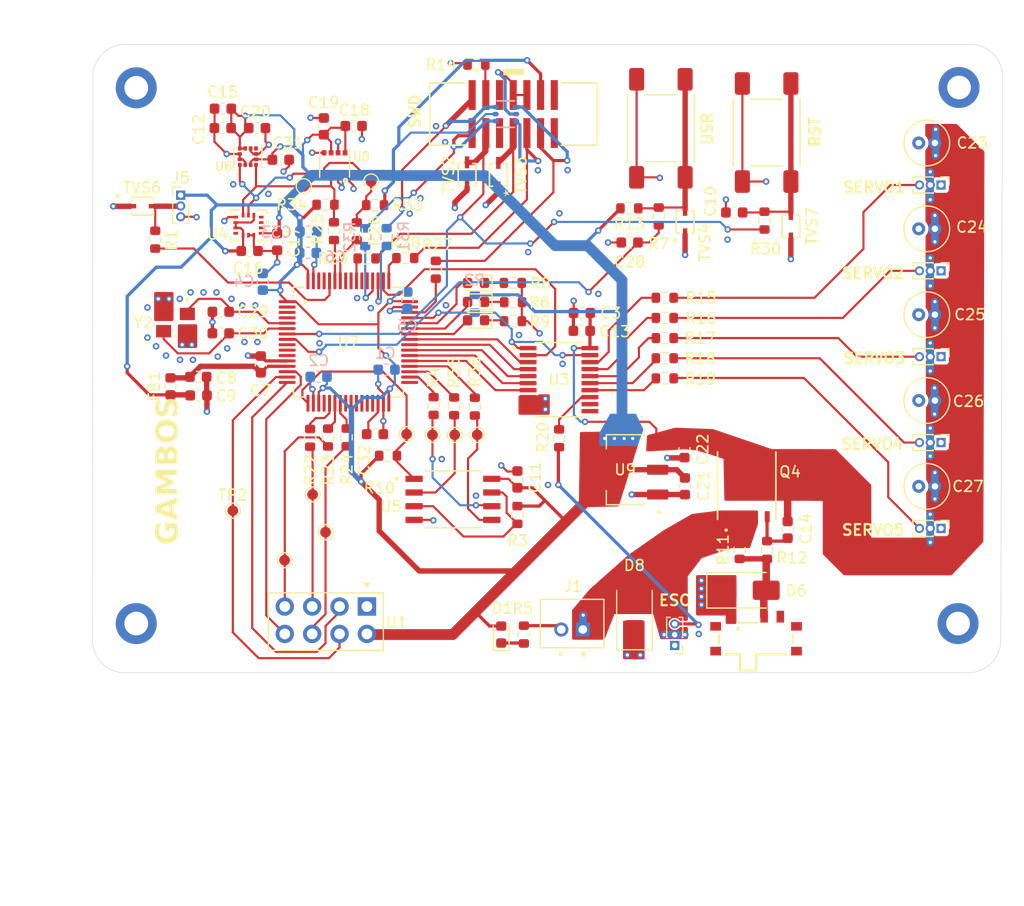
<source format=kicad_pcb>
(kicad_pcb (version 20241229) (generator "pcbnew") (generator_version "9.0")
  (layers (0 "F.Cu" signal) (4 "In1.Cu" power "T.Gnd") (6 "In2.Cu" power "B.Gnd") (2 "B.Cu" signal) (13 "F.Paste" user) (15 "B.Paste" user) (5 "F.SilkS" user "F.Silkscreen") (7 "B.SilkS" user "B.Silkscreen") (1 "F.Mask" user) (3 "B.Mask" user) (25 "Edge.Cuts" user))
  (net 0 "")
  (net 1 "GND")
  (net 2 "+3V3")
  (net 3 "+3.3VA")
  (net 4 "NRST")
  (net 5 "+5V")
  (net 6 "UART4_RX")
  (net 7 "UART4_TX")
  (net 8 "FLASH_CS")
  (net 9 "SWCLK")
  (net 10 "SWDIO")
  (net 11 "TVS_NRST")
  (net 12 "Net-(Q4-G)")
  (net 13 "/Schematic/Microcontroller/USER_BTN")
  (net 14 "/Schematic/Microcontroller/HSE_IN")
  (net 15 "/Schematic/Microcontroller/HSE_OUT")
  (net 16 "Net-(U7-VCAP_1)")
  (net 17 "Net-(D1-K)")
  (net 18 "/Schematic/Microcontroller/USER_LED1")
  (net 19 "/Schematic/Microcontroller/USER_LED2")
  (net 20 "/Schematic/Microcontroller/USER_LED3")
  (net 23 "Net-(J3-GND_DET)")
  (net 26 "TVS_BOOT0")
  (net 27 "/Schematic/Servos and connectors/SERVO2_OUT")
  (net 28 "/Schematic/Servos and connectors/SERVO3_OUT")
  (net 29 "/Schematic/Servos and connectors/SERVO1_OUT")
  (net 30 "NRF24_CE_SLD")
  (net 31 "NRF24_CS_SLD")
  (net 32 "IRQ_SLD")
  (net 33 "/Schematic/Servos and connectors/SERVO4_OUT")
  (net 34 "/Schematic/Servos and connectors/SERVO5_OUT")
  (net 35 "/Schematic/Servos and connectors/ESC_OUT")
  (net 36 "/Schematic/SPI2.SCK_2")
  (net 37 "/Schematic/SPI2.MOSI_2")
  (net 38 "/Schematic/SPI2.MISO_2")
  (net 39 "/Schematic/Microcontroller/BOOT0")
  (net 40 "Net-(D2-K)")
  (net 41 "~BUFF_EN")
  (net 42 "Net-(U5-HOLD{slash}RESET(IO3))")
  (net 43 "TVS_USER_BTN")
  (net 44 "Net-(D3-K)")
  (net 45 "/Schematic/Servos and connectors/PWM2_1_5V")
  (net 46 "Net-(D4-K)")
  (net 47 "/Schematic/Servos and connectors/PWM1_1_5V")
  (net 48 "/Schematic/Servos and connectors/PWM3_4_5V")
  (net 49 "/Schematic/Servos and connectors/PWM3_3_5V")
  (net 50 "/Schematic/Servos and connectors/PWM3_1_5V")
  (net 51 "/Schematic/Servos and connectors/PWM3_2_5V")
  (net 53 "/Schematic/SPI1.MISO_1")
  (net 54 "Net-(U7-PA5)")
  (net 55 "/Schematic/SPI1.SCK_1")
  (net 56 "Net-(U7-PA6)")
  (net 57 "/Schematic/SPI1.MOSI_1")
  (net 58 "Net-(U7-PA7)")
  (net 59 "Net-(U7-PB7)")
  (net 60 "/Schematic/I2C.SDA")
  (net 61 "/Schematic/I2C.SCL")
  (net 62 "Net-(U7-PB6)")
  (net 63 "Net-(U7-PA13)")
  (net 64 "Net-(U7-PA14)")
  (net 65 "Net-(U7-PB3)")
  (net 66 "Net-(U7-PC10)")
  (net 67 "Net-(U7-PC11)")
  (net 68 "/Schematic/Power and ESC/OFF")
  (net 71 "/Schematic/Sensors and flash/INT1")
  (net 72 "/Schematic/Sensors and flash/INT2")
  (net 73 "/Schematic/Sensors and flash/INT{slash}DRDY")
  (net 85 "SWO")
  (net 94 "/Schematic/Power and ESC/PMOS_CTRL")
  (net 95 "Net-(U7-PB13)")
  (net 96 "Net-(U7-PB14)")
  (net 97 "Net-(U7-PB15)")
  (net 98 "/Schematic/Microcontroller/PWMs.SERVO4_IN")
  (net 99 "/Schematic/Microcontroller/PWMs.SERVO5_IN")
  (net 100 "/Schematic/Microcontroller/PWMs.SERVO1_IN")
  (net 101 "/Schematic/Microcontroller/PWMs.SERVO3_IN")
  (net 102 "/Schematic/Microcontroller/PWMs.SERVO2_IN")
  (net 103 "/Schematic/Microcontroller/PWMs.ESC_IN")
  (net 106 "/Schematic/Power and ESC/V_IN")
  (footprint "MountingHole:MountingHole_2.2mm_M2_DIN965_Pad" (layer "F.Cu") (at 161.57 55.82)
    (property "Reference" "H1" (hide yes))
    (property "Value" "MountingHole_Pad" (hide yes))
  )
  (footprint "Capacitor_SMD:C_0603_1608Metric" (layer "F.Cu") (at 140.72 67.425 180)
    (property "Reference" "C10")
    (property "Value" "100n" (hide yes))
  )
  (footprint "Capacitor_SMD:C_0603_1608Metric" (layer "F.Cu") (at 96.8 81.525 90)
    (property "Reference" "C7")
    (property "Value" "10n" (hide yes))
  )
  (footprint "Resistor_SMD:R_0603_1608Metric" (layer "F.Cu") (at 124.47 88.38 -90)
    (property "Reference" "R20")
    (property "Value" "0R" (hide yes))
  )
  (footprint "LED_SMD:LED_0603_1608Metric" (layer "F.Cu") (at 116.7675 77.43 180)
    (property "Reference" "D4" (hide yes))
    (property "Value" "LED3" (hide yes))
  )
  (footprint "Resistor_SMD:R_0603_1608Metric" (layer "F.Cu") (at 101.37 88.34 -90)
    (property "Reference" "R22")
    (property "Value" "0R" (hide yes))
  )
  (footprint "Capacitor_SMD:C_0603_1608Metric" (layer "F.Cu") (at 95.756101 70.992)
    (property "Reference" "C16")
    (property "Value" "100n" (hide yes))
  )
  (footprint "Resistor_SMD:R_0603_1608Metric" (layer "F.Cu") (at 105.7 69.17 90)
    (property "Reference" "R26")
    (property "Value" "0R" (hide yes))
  )
  (footprint "TestPoint:TestPoint_Pad_D1.0mm" (layer "F.Cu") (at 107.03 64.55)
    (property "Reference" "TP12" (hide yes))
    (property "Value" "TestPoint" (hide yes))
  )
  (footprint "Resistor_SMD:R_0603_1608Metric" (layer "F.Cu") (at 106.61 71.69)
    (property "Reference" "R29")
    (property "Value" "0R" (hide yes))
  )
  (footprint "Capacitor_SMD:C_0603_1608Metric" (layer "F.Cu") (at 93.28 57.785 180)
    (property "Reference" "C15")
    (property "Value" "100n" (hide yes))
  )
  (footprint "TestPoint:TestPoint_Pad_D1.0mm" (layer "F.Cu") (at 114.78 88.06)
    (property "Reference" "TP7" (hide yes))
    (property "Value" "TestPoint" (hide yes))
  )
  (footprint "gambos-pcb:450404015514" (layer "F.Cu") (at 142.74 106.985 180)
    (property "Reference" "Slide_SW1" (hide yes))
    (property "Value" "450404015514" (hide yes))
  )
  (footprint "Resistor_SMD:R_0603_1608Metric" (layer "F.Cu") (at 141.22 98.7494 -90)
    (property "Reference" "R11")
    (property "Value" "100k" (hide yes))
  )
  (footprint "Resistor_SMD:R_0603_1608Metric" (layer "F.Cu") (at 121.2 106.6 90)
    (property "Reference" "R5")
    (property "Value" "260R" (hide yes))
  )
  (footprint "Connector_PinHeader_1.00mm:PinHeader_1x03_P1.00mm_Vertical" (layer "F.Cu") (at 159.9 72.84 -90)
    (property "Reference" "J7" (hide yes))
    (property "Value" "Conn_01x03_Pin" (hide yes))
  )
  (footprint "Capacitor_THT:C_Radial_D4.0mm_H5.0mm_P1.50mm" (layer "F.Cu") (at 159.33 76.906667 180)
    (property "Reference" "C25")
    (property "Value" "470u" (hide yes))
  )
  (footprint "Capacitor_SMD:C_0603_1608Metric" (layer "F.Cu") (at 131.01 70.21 180)
    (property "Reference" "C28")
    (property "Value" "100n" (hide yes))
  )
  (footprint "gambos-pcb:DESD5V0U1BA-7" (layer "F.Cu") (at 145.9663 68.702 90)
    (property "Reference" "TVS7")
    (property "Value" "DESD5V0U1BA-7" (hide yes))
  )
  (footprint "Resistor_SMD:R_0603_1608Metric" (layer "F.Cu") (at 134.27 75.34)
    (property "Reference" "R15")
    (property "Value" "0R" (hide yes))
  )
  (footprint "MountingHole:MountingHole_2.2mm_M2_DIN965_Pad" (layer "F.Cu") (at 161.478648 105.58)
    (property "Reference" "H4" (hide yes))
    (property "Value" "MountingHole_Pad" (hide yes))
  )
  (footprint "Connector_PinHeader_1.00mm:PinHeader_1x03_P1.00mm_Vertical" (layer "F.Cu") (at 89.36 65.82)
    (property "Reference" "J5")
    (property "Value" "Conn_01x03_Pin" (hide yes))
  )
  (footprint "Capacitor_SMD:C_0603_1608Metric" (layer "F.Cu") (at 120.6 92.2 90)
    (property "Reference" "C11")
    (property "Value" "100n" (hide yes))
  )
  (footprint "gambos-pcb:JST-PH" (layer "F.Cu") (at 125.67 105.58)
    (property "Reference" "J1")
    (property "Value" "JST-PH" (hide yes))
  )
  (footprint "Capacitor_SMD:C_0603_1608Metric" (layer "F.Cu") (at 105.41 59.39)
    (property "Reference" "C18")
    (property "Value" "100n" (hide yes))
  )
  (footprint "Resistor_SMD:R_0603_1608Metric" (layer "F.Cu") (at 113.03 72.74 90)
    (property "Reference" "R27")
    (property "Value" "0R" (hide yes))
  )
  (footprint "gambos-pcb:LIS2MDLTR" (layer "F.Cu") (at 95.6 62.24 90)
    (property "Reference" "U6")
    (property "Value" "LIS2MDLTR" (hide yes))
  )
  (footprint "LED_SMD:LED_0603_1608Metric" (layer "F.Cu") (at 119.1 106.6 90)
    (property "Reference" "D1")
    (property "Value" "LED0" (hide yes))
  )
  (footprint "Capacitor_SMD:C_0603_1608Metric" (layer "F.Cu") (at 126.569998 78.41 180)
    (property "Reference" "C13")
    (property "Value" "100n" (hide yes))
  )
  (footprint "Button_Switch_SMD:SW_Push_1P1T_NO_E-Switch_TL3301NxxxxxG" (layer "F.Cu") (at 133.91 59.61 90)
    (property "Reference" "SW1" (hide yes))
    (property "Value" "SW_Push" (hide yes))
  )
  (footprint "gambos-pcb:W25Q128JVSIQ" (layer "F.Cu") (at 114.62 94.05)
    (property "Reference" "U5")
    (property "Value" "W25Q128JVSIQ" (hide yes))
  )
  (footprint "Connector_PinHeader_1.00mm:PinHeader_1x03_P1.00mm_Vertical" (layer "F.Cu") (at 159.9 88.777778 -90)
    (property "Reference" "J11" (hide yes))
    (property "Value" "Conn_01x03_Pin" (hide yes))
  )
  (footprint "Connector_PinHeader_1.00mm:PinHeader_1x03_P1.00mm_Vertical" (layer "F.Cu") (at 159.9 64.871111 -90)
    (property "Reference" "J10" (hide yes))
    (property "Value" "Conn_01x03_Pin" (hide yes))
  )
  (footprint "gambos-pcb:DESD5V0U1BA-7" (layer "F.Cu") (at 85.82 66.84)
    (property "Reference" "TVS6")
    (property "Value" "DESD5V0U1BA-7" (hide yes))
  )
  (footprint "Resistor_SMD:R_0603_1608Metric" (layer "F.Cu") (at 143.76 98.7494 90)
    (property "Reference" "R12")
    (property "Value" "10k" (hide yes))
  )
  (footprint "Capacitor_SMD:C_0603_1608Metric" (layer "F.Cu") (at 107.39 88)
    (property "Reference" "C32")
    (property "Value" "4.7uF" (hide yes))
  )
  (footprint "Resistor_SMD:R_0603_1608Metric" (layer "F.Cu") (at 102.795 66.7)
    (property "Reference" "R34")
    (property "Value" "4k7" (hide yes))
  )
  (footprint "TestPoint:TestPoint_Pad_D1.0mm" (layer "F.Cu") (at 99 99.7)
    (property "Reference" "TP4" (hide yes))
    (property "Value" "TestPoint" (hide yes))
  )
  (footprint "Resistor_SMD:R_0603_1608Metric" (layer "F.Cu") (at 103.03 88.31 -90)
    (property "Reference" "R23")
    (property "Value" "0R" (hide yes))
  )
  (footprint "Capacitor_SMD:C_0603_1608Metric" (layer "F.Cu") (at 93.265 59.585 180)
    (property "Reference" "C12")
    (property "Value" "100n" (hide yes))
  )
  (footprint "Capacitor_THT:C_Radial_D4.0mm_H5.0mm_P1.50mm" (layer "F.Cu") (at 159.33 84.875556 180)
    (property "Reference" "C26")
    (property "Value" "470u" (hide yes))
  )
  (footprint "Resistor_SMD:R_0603_1608Metric" (layer "F.Cu") (at 120.185 77.51 180)
    (property "Reference" "R9")
    (property "Value" "260R" (hide yes))
  )
  (footprint "TestPoint:TestPoint_Pad_D1.0mm" (layer "F.Cu") (at 100.78 64.99)
    (property "Reference" "TP13" (hide yes))
    (property "Value" "TestPoint" (hide yes))
  )
  (footprint "LED_SMD:LED_0603_1608Metric" (layer "F.Cu") (at 116.7675 73.96 180)
    (property "Reference" "D2" (hide yes))
    (property "Value" "LED1" (hide yes))
  )
  (footprint "gambos-pcb:STM32F446RET6" (layer "F.Cu") (at 104.92 79.45)
    (property "Reference" "U7")
    (property "Value" "STM32F446RET6" (hide yes))
  )
  (footprint "Capacitor_THT:C_Radial_D4.0mm_H5.0mm_P1.50mm" (layer "F.Cu") (at 159.33 68.937778 180)
    (property "Reference" "C24")
    (property "Value" "470u" (hide yes))
  )
  (footprint "Resistor_SMD:R_0603_1608Metric" (layer "F.Cu") (at 134.27 79.08)
    (property "Reference" "R17")
    (property "Value" "0R" (hide yes))
  )
  (footprint "Resistor_SMD:R_0603_1608Metric" (layer "F.Cu") (at 120.175 73.96 180)
    (property "Reference" "R8")
    (property "Value" "260R" (hide yes))
  )
  (footprint "Resistor_SMD:R_0603_1608Metric" (layer "F.Cu") (at 134.27 77.21)
    (property "Reference" "R16")
    (property "Value" "0R" (hide yes))
  )
  (footprint "gambos-pcb:DESD5V0U1BA-7" (layer "F.Cu") (at 118.83 63.96 90)
    (property "Reference" "TVS3")
    (property "Value" "DESD5V0U1BA-7" (hide yes))
  )
  (footprint "Capacitor_SMD:C_0603_1608Metric" (layer "F.Cu") (at 96.45 59.585)
    (property "Reference" "C20")
    (property "Value" "10u" (hide yes))
  )
  (footprint "Resistor_SMD:R_0603_1608Metric" (layer "F.Cu") (at 107.4 66.74 180)
    (property "Reference" "R33")
    (property "Value" "4k7" (hide yes))
  )
  (footprint "gambos-pcb:DMP3010LPSQ-13" (layer "F.Cu") (at 141.87 92.79 90)
    (property "Reference" "Q4")
    (property "Value" "DMP3010LPSQ-13" (hide yes))
  )
  (footprint "Resistor_SMD:R_0603_1608Metric" (layer "F.Cu") (at 103.58 69.155 90)
    (property "Reference" "R25")
    (property "Value" "0R" (hide yes))
  )
  (footprint "TestPoint:TestPoint_Pad_D1.0mm" (layer "F.Cu") (at 116.87 88.06)
    (property "Reference" "TP14" (hide yes))
    (property "Value" "TestPoint" (hide yes))
  )
  (footprint "Capacitor_SMD:C_0603_1608Metric" (layer "F.Cu") (at 90.995 82.68)
    (property "Reference" "C8")
    (property "Value" "1u" (hide yes))
  )
  (footprint "TestPoint:TestPoint_Pad_D1.0mm" (layer "F.Cu") (at 112.72 88.06)
    (property "Reference" "TP6" (hide yes))
    (property "Value" "TestPoint" (hide yes))
  )
  (footprint "LED_SMD:LED_0603_1608Metric" (layer "F.Cu") (at 116.7675 75.72 180)
    (property "Reference" "D3" (hide yes))
    (property "Value" "LED2" (hide yes))
  )
  (footprint "Resistor_SMD:R_0603_1608Metric" (layer "F.Cu") (at 134.27 82.82)
    (property "Reference" "R19")
    (property "Value" "0R" (hide yes))
  )
  (footprint "Capacitor_SMD:C_0603_1608Metric" (layer "F.Cu") (at 102.64 59.4275 90)
    (property "Reference" "C19")
    (property "Value" "100n" (hide yes))
  )
  (footprint "Connector_PinHeader_1.00mm:PinHeader_1x03_P1.00mm_Vertical" (layer "F.Cu") (at 135.19 107.6125 180)
    (property "Reference" "J13" (hide yes))
    (property "Value" "Conn_01x03_Pin" (hide yes))
  )
  (footprint "Resistor_SMD:R_0603_1608Metric" (layer "F.Cu") (at 130.985 67.035 180)
    (property "Reference" "R13")
    (property "Value" "10k" (hide yes))
  )
  (footprint "MountingHole:MountingHole_2.2mm_M2_DIN965_Pad" (layer "F.Cu") (at 85.24 105.58)
    (property "Reference" "H3" (hide yes))
    (property "Value" "MountingHole_Pad" (hide yes))
  )
  (footprint "Connector_PinHeader_1.00mm:PinHeader_1x03_P1.00mm_Vertical" (layer "F.Cu") (at 159.9 80.808889 -90)
    (property "Reference" "J9" (hide yes))
    (property "Value" "Conn_01x03_Pin" (hide yes))
  )
  (footprint "Diode_SMD:D_SMA" (layer "F.Cu") (at 131.46 104.5 90)
    (property "Reference" "D8")
    (property "Value" "SMAJ5.0CA" (hide yes))
  )
  (footprint "Resistor_SMD:R_0603_1608Metric" (layer "F.Cu") (at 87 69.945 -90)
    (property "Reference" "R1")
    (property "Value" "10k" (hide yes))
  )
  (footprint "gambos-pcb:DESD5V0U1BA-7" (layer "F.Cu") (at 115.93 63.91 90)
    (property "Reference" "TVS2")
    (property "Value" "DESD5V0U1BA-7" (hide yes))
  )
  (footprint "Button_Switch_SMD:SW_Push_1P1T_NO_E-Switch_TL3301NxxxxxG" (layer "F.Cu") (at 143.72 60 90)
    (property "Reference" "SW3" (hide yes))
    (property "Value" "SW_Push" (hide yes))
  )
  (footprint "Resistor_SMD:R_0603_1608Metric" (layer "F.Cu") (at 104.75 88.3 -90)
    (property "Reference" "R24")
    (property "Value" "0R" (hide yes))
  )
  (footprint "Resistor_SMD:R_0603_1608Metric" (layer "F.Cu") (at 133.71 67.785 -90)
    (property "Reference" "R7")
    (property "Value" "47k" (hide yes))
  )
  (footprint "RF_Module:nRF24L01_Breakout" (layer "F.Cu") (at 106.64 104 -90)
    (property "Reference" "U1")
    (property "Value" "NRF24L01_Breakout" (hide yes))
  )
  (footprint "TestPoint:TestPoint_Pad_D1.0mm" (layer "F.Cu") (at 102.8 97.1)
    (property "Reference" "TP5" (hide yes))
    (property "Value" "TestPoint" (hide yes))
  )
  (footprint "gambos-pcb:LDL1117S33R" (layer "F.Cu") (at 130.6 91.3 180)
    (property "Reference" "U9")
    (property "Value" "LDL1117S33R" (hide yes))
  )
  (footprint "Capacitor_THT:C_Radial_D4.0mm_H5.0mm_P1.50mm" (layer "F.Cu") (at 159.33 60.968889 180)
    (property "Reference" "C23")
    (property "Value" "470u" (hide yes))
  )
  (footprint "Capacitor_SMD:C_0603_1608Metric" (layer "F.Cu") (at 93.08 76.64)
    (property "Reference" "C29")
    (property "Value" "10p" (hide yes))
  )
  (footprint "Resistor_SMD:R_0603_1608Metric" (layer "F.Cu") (at 108.6 90)
    (property "Reference" "R10")
    (property "Value" "100k" (hide yes))
  )
  (footprint "Resistor_SMD:R_0603_1608Metric" (layer "F.Cu") (at 134.27 80.95)
    (property "Reference" "R18")
    (property "Value" "0R" (hide yes))
  )
  (footprint "Diode_SMD:D_SMA" (layer "F.Cu") (at 141.68 102.4894)
    (property "Reference" "D6")
    (property "Value" "SMAJ5.0CA" (hide yes))
  )
  (footprint "gambos-pcb:DESD5V0U1BA-7" (layer "F.Cu") (at 136.1563 68.312 90)
    (property "Reference" "TVS4")
    (property "Value" "DESD5V0U1BA-7" (hide yes))
  )
  (footprint "gambos-pcb:BME280" (layer "F.Cu") (at 103.64 62.8525 -90)
    (property "Reference" "U8")
    (property "Value" "BME280" (hide yes))
  )
  (footprint "gambos-pcb:SOP65P640X120-20N" (layer "F.Cu") (at 124.46 82.94)
    (property "Reference" "U3")
    (property "Value" "SN74HCT541PWR" (hide yes))
  )
  (footprint "Capacitor_SMD:C_0603_1608Metric" (layer "F.Cu") (at 136.1 89.4 -90)
    (property "Reference" "C22")
    (property "Value" "1u" (hide yes))
  )
  (footprint "Resistor_SMD:R_0603_1608Metric" (layer "F.Cu") (at 120.6 95.5 -90)
    (property "Reference" "R3")
    (property "Value" "10k" (hide yes))
  )
  (footprint "Capacitor_SMD:C_0603_1608Metric" (layer "F.Cu") (at 145.67 96.88 90)
    (property "Reference" "C14")
    (property "Value" "0.1u" (hide yes))
  )
  (footprint "Capacitor_THT:C_Radial_D4.0mm_H5.0mm_P1.50mm" (layer "F.Cu") (at 159.33 92.844445 180)
    (property "Reference" "C27")
    (property "Value" "470u" (hide yes))
  )
  (footprint "Capacitor_SMD:C_0603_1608Metric" (layer "F.Cu") (at 126.589998 76.75 180)
    (property "Reference" "C3")
    (property "Value" "1u" (hide yes))
  )
  (footprint "Capacitor_SMD:C_0603_1608Metric" (layer "F.Cu") (at 98.311101 70.152 -90)
    (property "Reference" "C17")
    (property "Value" "100n" (hide yes))
  )
  (footprint "Resistor_SMD:R_0603_1608Metric" (layer "F.Cu") (at 120.205 75.75 180)
    (property "Reference" "R6")
    (property "Value" "260R" (hide yes))
  )
  (footprint "TestPoint:TestPoint_Pad_D1.0mm" (layer "F.Cu") (at 94.2 95.1)
    (property "Reference" "TP2")
    (property "Value" "TestPoint" (hide yes))
  )
  (footprint "Connector_PinHeader_1.00mm:PinHeader_1x03_P1.00mm_Vertical" (layer "F.Cu") (at 159.9 96.746667 -90)
    (property "Reference" "J12" (hide yes))
    (property "Value" "Conn_01x03_Pin" (hide yes))
  )
  (footprint "Capacitor_SMD:C_0603_1608Metric" (layer "F.Cu") (at 136.1375 92.835 -90)
    (property "Reference" "C21")
    (property "Value" "4.7u" (hide yes))
  )
  (footprint "Resistor_SMD:R_0603_1608Metric" (layer "F.Cu") (at 112.83 85.385 -90)
    (property "Reference" "R4")
    (property "Value" "0R" (hide yes))
  )
  (footprint "gambos-pcb:3220-14-0300-00" (layer "F.Cu") (at 120.21 58.285 180)
    (property "Reference" "J3" (hide yes))
    (property "Value" "3220-14-0300-00" (hide yes))
  )
  (footprint "Capacitor_SMD:C_0603_1608Metric" (layer "F.Cu") (at 98.645 62.53)
    (property "Reference" "C31")
    (property "Value" "220n" (hide yes))
  )
  (footprint "TestPoint:TestPoint_Pad_D1.0mm" (layer "F.Cu") (at 110.32 88)
    (property "Reference" "TP9" (hide yes))
    (property "Value" "TestPoint" (hide yes))
  )
  (footprint "Resistor_SMD:R_0603_1608Metric" (layer "F.Cu") (at 110.2 71.65)
    (property "Reference" "R28")
    (property "Value" "0R" (hide yes))
  )
  (footprint "gambos-pcb:LSM6DSVTR" (layer "F.Cu") (at 95.650001 68.602)
    (property "Reference" "U4")
    (property "Value" "LSM6DSVTR" (hide yes))
  )
  (footprint "MountingHole:MountingHole_2.2mm_M2_DIN965_Pad" (layer "F.Cu") (at 85.24 55.85)
    (property "Reference" "H2" (hide yes))
    (property "Value" "MountingHole_Pad" (hide yes))
  )
  (footprint "Capacitor_SMD:C_0603_1608Metric" (layer "F.Cu") (at 91.025 84.4)
    (property "Reference" "C9")
    (property "Value" "1u" (hide yes))
  )
  (footprint "Resistor_SMD:R_0603_1608Metric" (layer "F.Cu") (at 114.73 85.415 -90)
    (property "Reference" "R35")
    (property "Value" "0R" (hide yes))
  )
  (footprint "Inductor_SMD:L_0603_1608Metric" (layer "F.Cu") (at 88.415 83.5625 -90)
    (property "Reference" "FB1")
    (property "Value" "120R" (hide yes))
  )
  (footprint "TestPoint:TestPoint_Pad_D1.0mm" (layer "F.Cu") (at 101.6 93.6)
    (property "Reference" "TP3" (hide yes))
    (property "Value" "TestPoint" (hide yes))
  )
  (footprint "gambos-pcb:XTAL_TSX-3225_26.0000MF09Z-AC0" (layer "F.Cu") (at 88.88 77.64 -90)
    (property "Reference" "Y2")
    (property "Value" "TSX-3225_26MHZ" (hide yes))
  )
  (footprint "Capacitor_SMD:C_0603_1608Metric" (layer "F.Cu") (at 93.08 78.64 180)
    (property "Reference" "C30")
    (property "Value" "10p" (hide yes))
  )
  (footprint "Resistor_SMD:R_0603_1608Metric" (layer "F.Cu") (at 116.65 85.445 -90)
    (property "Reference" "R36")
    (property "Value" "0R" (hide yes))
  )
  (footprint "Resistor_SMD:R_0603_1608Metric" (layer "F.Cu") (at 143.52 68.175 -90)
    (property "Reference" "R30")
    (property "Value" "470R" (hide yes))
  )
  (footprint "Resistor_SMD:R_0603_1608Metric" (layer "F.Cu") (at 116.8 53.71 180)
    (property "Reference" "R14")
    (property "Value" "100R" (hide yes))
  )
  (footprint "Capacitor_SMD:C_0603_1608Metric" (layer "B.Cu") (at 101.2 69.19)
    (property "Reference" "C33")
    (property "Value" "100n" (hide yes))
  )
  (footprint "Capacitor_SMD:C_0603_1608Metric" (layer "B.Cu") (at 110.4 75.575 -90)
    (property "Reference" "C5")
    (property "Value" "100n" (hide yes))
  )
  (footprint "Capacitor_SMD:C_0603_1608Metric" (layer "B.Cu") (at 96.98 73.85 90)
    (property "Reference" "C4")
    (property "Value" "100n" (hide yes))
  )
  (footprint "gambos-pcb:D1213A-04S-7" (layer "B.Cu") (at 119.519999 58.289999 180)
    (property "Reference" "U2" (hide yes))
    (property "Value" "D1213A-04S-7" (hide yes))
  )
  (footprint "Capacitor_SMD:C_0603_1608Metric" (layer "B.Cu") (at 108.46 82.01 180)
    (property "Reference" "C1")
    (property "Value" "100n" (hide yes))
  )
  (footprint "Capacitor_SMD:C_0603_1608Metric" (layer "B.Cu") (at 101.175 71.17)
    (property "Reference" "C6")
    (property "Value" "10u" (hide yes))
  )
  (footprint "Resistor_SMD:R_0603_1608Metric" (layer "B.Cu") (at 106.48 69.715 -90)
    (property "Reference" "R32")
    (property "Value" "0R" (hide yes))
  )
  (footprint "Resistor_SMD:R_0603_1608Metric" (layer "B.Cu") (at 108.47 69.71 -90)
    (property "Reference" "R31")
    (property "Value" "0R" (hide yes))
  )
  (footprint "Capacitor_SMD:C_0603_1608Metric" (layer "B.Cu") (at 102.16 82.67 180)
    (property "Reference" "C2")
    (property "Value" "100n" (hide yes))
  )
  (footprint "Resistor_SMD:R_0603_1608Metric" (layer "B.Cu") (at 116.65 75.895 -90)
    (property "Reference" "R2")
    (property "Value" "10K" (hide yes))
  )
  (gr_line (start 162.6 51.82132) (end 84.22132 51.82132) (stroke (width 0.05)) (layer "Edge.Cuts"))
  (gr_line (start 165.43868 107.1387) (end 165.6 54.82132) (stroke (width 0.05)) (layer "Edge.Cuts"))
  (gr_arc (start 84.18132 110.13868) (mid 82.06 109.26) (end 81.18132 107.13868) (stroke (width 0.05)) (layer "Edge.Cuts"))
  (gr_arc (start 162.6 51.82132) (mid 164.72132 52.7) (end 165.6 54.82132) (stroke (width 0.05)) (layer "Edge.Cuts"))
  (gr_arc (start 81.22132 54.82132) (mid 82.1 52.7) (end 84.22132 51.82132) (stroke (width 0.05)) (layer "Edge.Cuts"))
  (gr_line (start 84.18132 110.14) (end 162.44 110.14) (stroke (width 0.05)) (layer "Edge.Cuts"))
  (gr_arc (start 165.43868 107.13868) (mid 164.56 109.26) (end 162.43868 110.13868) (stroke (width 0.05)) (layer "Edge.Cuts"))
  (gr_line (start 81.22132 54.82132) (end 81.18132 107.1387) (stroke (width 0.05)) (layer "Edge.Cuts"))
  (gr_text "SERVO5" (at 150.6 97.48 0) (layer "F.SilkS") (effects (font (size 1 1) (thickness 0.2) (bold yes)) (justify left bottom)))
  (gr_text "SERVO1" (at 150.72 65.67 0) (layer "F.SilkS") (effects (font (size 1 1) (thickness 0.2) (bold yes)) (justify left bottom)))
  (gr_text "SWD" (at 111.68 59.72 90) (layer "F.SilkS") (effects (font (size 1 1) (thickness 0.2) (bold yes)) (justify left bottom)))
  (gr_text "ESC" (at 133.62 104.01 0) (layer "F.SilkS") (effects (font (size 1 1) (thickness 0.2) (bold yes)) (justify left bottom)))
  (gr_text "GAMBOS" (at 89.4 98.3 90) (layer "F.SilkS") (effects (font (size 2 2) (thickness 0.2) (bold yes)) (justify left bottom)))
  (gr_text "SERVO3" (at 150.73 81.54 0) (layer "F.SilkS") (effects (font (size 1 1) (thickness 0.2) (bold yes)) (justify left bottom)))
  (gr_text "USR" (at 138.8 61.28 90) (layer "F.SilkS") (effects (font (size 1 1) (thickness 0.2) (bold yes)) (justify left bottom)))
  (gr_text "SERVO2" (at 150.6 73.65 0) (layer "F.SilkS") (effects (font (size 1 1) (thickness 0.2) (bold yes)) (justify left bottom)))
  (gr_text "RST" (at 148.78 61.45 90) (layer "F.SilkS") (effects (font (size 1 1) (thickness 0.2) (bold yes)) (justify left bottom)))
  (gr_text "SERVO4" (at 150.54 89.51 0) (layer "F.SilkS") (effects (font (size 1 1) (thickness 0.2) (bold yes)) (justify left bottom)))
  (segment (start 99.42 63.11) (end 98.91 63.62) (width 0.2) (layer "F.Cu") (net 1))
  (segment (start 84.667 66.85) (end 84.677 66.84) (width 0.5) (layer "F.Cu") (net 1))
  (segment (start 108.17 84.23) (end 108.17 85.13) (width 0.2) (layer "F.Cu") (net 1))
  (segment (start 95.861101 69.5291) (end 96.15 69.5291) (width 0.2) (layer "F.Cu") (net 1))
  (segment (start 98.246101 70.992) (end 98.311101 70.927) (width 0.2) (layer "F.Cu") (net 1))
  (segment (start 98.311101 70.927) (end 98.311101 72.052) (width 0.2) (layer "F.Cu") (net 1))
  (segment (start 102.665 61.8825) (end 101.5725 61.8825) (width 0.2) (layer "F.Cu") (net 1))
  (segment (start 112.755 95.955) (end 112.8 96) (width 0.2) (layer "F.Cu") (net 1))
  (segment (start 125.82 75.62) (end 125.82 76.744998) (width 0.2) (layer "F.Cu") (net 1))
  (segment (start 83.11 66.85) (end 84.667 66.85) (width 0.5) (layer "F.Cu") (net 1))
  (segment (start 115.93 65.34) (end 115.93 65.053) (width 0.5) (layer "F.Cu") (net 1))
  (segment (start 114.43 53.56) (end 115.825 53.56) (width 0.2) (layer "F.Cu") (net 1))
  (segment (start 141.47 64.55) (end 143.67 64.55) (width 0.2) (layer "F.Cu") (net 1))
  (segment (start 101.5725 61.8825) (end 101.56 61.87) (width 0.2) (layer "F.Cu") (net 1))
  (segment (start 91.77 84.37) (end 91.8 84.4) (width 0.5) (layer "F.Cu") (net 1))
  (segment (start 92.505 57.785) (end 92.505 59.57) (width 0.2) (layer "F.Cu") (net 1))
  (segment (start 93.771102 67.851999) (end 93.411101 68.212) (width 0.2) (layer "F.Cu") (net 1))
  (segment (start 114.8 67) (end 114.8 66.47) (width 0.5) (layer "F.Cu") (net 1))
  (segment (start 115.825 53.56) (end 115.975 53.71) (width 0.2) (layer "F.Cu") (net 1))
  (segment (start 101.67 72.36) (end 101.67 73.77) (width 0.2) (layer "F.Cu") (net 1))
  (segment (start 119.1 90.9) (end 119.665 91.465) (width 0.2) (layer "F.Cu") (net 1))
  (segment (start 118.83 65.103) (end 118.83 65.56) (width 0.5) (layer "F.Cu") (net 1))
  (segment (start 96.63 61.99) (end 96.36 61.99) (width 0.2) (layer "F.Cu") (net 1))
  (segment (start 89.36 67.82) (end 90.79 67.82) (width 0.2) (layer "F.Cu") (net 1))
  (segment (start 157.732222 68.84) (end 157.83 68.937778) (width 0.7) (layer "F.Cu") (net 1))
  (segment (start 121.01 73.97) (end 121 73.96) (width 0.2) (layer "F.Cu") (net 1))
  (segment (start 157.794444 84.84) (end 157.83 84.875556) (width 0.7) (layer "F.Cu") (net 1))
  (segment (start 108.165 86.78) (end 108.165 85.135) (width 0.2) (layer "F.Cu") (net 1))
  (segment (start 95.85 61.48) (end 95.85 61.736848) (width 0.2) (layer "F.Cu") (net 1))
  (segment (start 120.21 55.4659) (end 119.1541 54.41) (width 0.2) (layer "F.Cu") (net 1))
  (segment (start 124.315 105.775) (end 124.67 106.13) (width 0.3) (layer "F.Cu") (net 1))
  (segment (start 125.82 76.744998) (end 125.814998 76.75) (width 0.2) (layer "F.Cu") (net 1))
  (segment (start 101.584265 83.824265) (end 101.67 83.91) (width 0.2) (layer "F.Cu") (net 1))
  (segment (start 125.795 78.41) (end 125.795 76.77) (width 0.3) (layer "F.Cu") (net 1))
  (segment (start 111.015 95.955) (end 112.755 95.955) (width 0.2) (layer "F.Cu") (net 1))
  (segment (start 114.8 66.47) (end 115.93 65.34) (width 0.5) (layer "F.Cu") (net 1))
  (segment (start 94.84 61.99) (end 93.625 61.99) (width 0.2) (layer "F.Cu") (net 1))
  (segment (start 121.48 56.52) (end 120.21 56.52) (width 0.2) (layer "F.Cu") (net 1))
  (segment (start 101.4325 58.6525) (end 101.41 58.63) (width 0.2) (layer "F.Cu") (net 1))
  (segment (start 95.35 62.743152) (end 95.35 63) (width 0.2) (layer "F.Cu") (net 1))
  (segment (start 136.1563 69.455) (end 136.1563 71.3563) (width 0.5) (layer "F.Cu") (net 1))
  (segment (start 99.42 62.53) (end 99.42 63.11) (width 0.2) (layer "F.Cu") (net 1))
  (segment (start 133.615 93.6) (end 136.1375 93.6) (width 0.5) (layer "F.Cu") (net 1))
  (segment (start 98.311101 72.052) (end 98.321101 72.062) (width 0.2) (layer "F.Cu") (net 1))
  (segment (start 91.77 82.68) (end 91.77 84.37) (width 0.5) (layer "F.Cu") (net 1))
  (segment (start 94.84 61.99) (end 94.84 62.49) (width 0.2) (layer "F.Cu") (net 1))
  (segment (start 131.66 55.06) (end 131.66 64.16) (width 0.2) (layer "F.Cu") (net 1))
  (segment (start 97.225 60.83) (end 97.535 61.14) (width 0.2) (layer "F.Cu") (net 1))
  (segment (start 121.53 77.51) (end 122.66 78.64) (width 0.2) (layer "F.Cu") (net 1))
  (segment (start 131.66 64.16) (end 133.76 64.16) (width 0.2) (layer "F.Cu") (net 1))
  (segment (start 141.47 64.55) (end 141.47 55.45) (width 0.2) (layer "F.Cu") (net 1))
  (segment (start 105.4 65.22) (end 105.4 64.92) (width 0.2) (layer "F.Cu") (net 1))
  (segment (start 96.15 69.5291) (end 96.15 70.610899) (width 0.2) (layer "F.Cu") (net 1))
  (segment (start 120.21 56.52) (end 120.21 55.4659) (width 0.2) (layer "F.Cu") (net 1))
  (segment (start 108.77 76.56) (end 109.13 76.2) (width 0.2) (layer "F.Cu") (net 1))
  (segment (start 104.615 64.135) (end 104.615 63.8225) (width 0.2) (layer "F.Cu") (net 1))
  (segment (start 97.25 81.2) (end 99.24 81.2) (width 0.3) (layer "F.Cu") (net 1))
  (segment (start 121.01 77.51) (end 121.01 73.97) (width 0.2) (layer "F.Cu") (net 1))
  (segment (start 107.69 83.75) (end 108.17 84.23) (width 0.2) (layer "F.Cu") (net 1))
  (segment (start 102.64 58.6525) (end 101.4325 58.6525) (width 0.2) (layer "F.Cu") (net 1))
  (segment (start 108.165 85.135) (end 108.17 85.13) (width 0.2) (layer "F.Cu") (net 1))
  (segment (start 103.965 61.8825) (end 103.965 60.855) (width 0.2) (layer "F.Cu") (net 1))
  (segment (start 108.165 88) (end 108.165 86.78) (width 0.2) (layer "F.Cu") (net 1))
  (segment (start 134.5 90.2) (end 136.075 90.2) (width 0.5) (layer "F.Cu") (net 1))
  (segment (start 96.15 70.610899) (end 96.531101 70.992) (width 0.2) (layer "F.Cu") (net 1))
  (segment (start 125.795 76.77) (end 125.815 76.75) (width 0.3) (layer "F.Cu") (net 1))
  (segment (start 121.01 77.51) (end 121.53 77.51) (width 0.2) (layer "F.Cu") (net 1))
  (segment (start 119.1541 54.41) (end 118.81 54.41) (width 0.2) (layer "F.Cu") (net 1))
  (segment (start 133.615 93.6) (end 131.2 93.6) (width 0.5) (layer "F.Cu") (net 1))
  (segment (start 97.225 59.585) (end 97.225 60.83) (width 0.2) (layer "F.Cu") (net 1))
  (segment (start 97.535 61.14) (end 97.48 61.14) (width 0.2) (layer "F.Cu") (net 1))
  (segment (start 94.84 62.49) (end 95.096848 62.49) (width 0.2) (layer "F.Cu") (net 1))
  (segment (start 92.49 59.585) (end 92.49 60.855) (width 0.2) (layer "F.Cu") (net 1))
  (segment (start 136.075 90.2) (end 136.1 90.175) (width 0.5) (layer "F.Cu") (net 1))
  (segment (start 101.76 72.27) (end 101.67 72.36) (width 0.2) (layer "F.Cu") (net 1))
  (segment (start 96.531101 70.992) (end 98.246101 70.992) (width 0.2) (layer "F.Cu") (net 1))
  (segment (start 97.48 61.14) (end 96.63 61.99) (width 0.2) (layer "F.Cu") (net 1))
  (segment (start 96.8 80.75) (end 97.25 81.2) (width 0.3) (layer "F.Cu") (net 1))
  (segment (start 118.83 65.56) (end 117.66 66.73) (width 0.5) (layer "F.Cu") (net 1))
  (segment (start 103.965 60.855) (end 103.96 60.85) (width 0.2) (layer "F.Cu") (net 1))
  (segment (start 157.763333 76.84) (end 157.83 76.906667) (width 0.7) (layer "F.Cu") (net 1))
  (segment (start 92.305 76.64) (end 92.305 77.6) (width 0.3) (layer "F.Cu") (net 1))
  (segment (start 96.8 80.75) (end 95.65 80.75) (width 0.5) (layer "F.Cu") (net 1))
  (segment (start 95.85 61.736848) (end 96.103152 61.99) (width 0.2) (layer "F.Cu") (net 1))
  (segment (start 92.49 60.855) (end 93.625 61.99) (width 0.2) (layer "F.Cu") (net 1))
  (segment (start 119.665 91.465) (end 120.56 91.465) (width 0.2) (layer "F.Cu") (net 1))
  (segment (start 121.2 105.775) (end 124.315 105.775) (width 0.3) (layer "F.Cu") (net 1))
  (segment (start 91.8 84.4) (end 91.8 85.9) (width 0.5) (layer "F.Cu") (net 1))
  (segment (start 101.67 83.91) (end 101.67 85.13) (width 0.2) (layer "F.Cu") (net 1))
  (segment (start 106.185 60.605) (end 106.17 60.62) (width 0.2) (layer "F.Cu") (net 1))
  (segment (start 105.4 64.92) (end 104.615 64.135) (width 0.2) (layer "F.Cu") (net 1))
  (segment (start 107.69 83.34) (end 107.69 83.75) (width 0.2) (layer "F.Cu") (net 1))
  (segment (start 106.185 59.39) (end 106.185 60.605) (width 0.2) (layer "F.Cu") (net 1))
  (segment (start 95.65 80.75) (end 95.6 80.7) (width 0.5) (layer "F.Cu") (net 1))
  (segment (start 92.305 77.6) (end 92.305 78.64) (width 0.3) (layer "F.Cu") (net 1))
  (segment (start 92.505 59.57) (end 92.49 59.585) (width 0.2) (layer "F.Cu") (net 1))
  (segment (start 130.235 70.21) (end 129.01 70.21) (width 0.2) (layer "F.Cu") (net 1))
  (segment (start 133.76 64.16) (end 133.81 64.21) (width 0.2) (layer "F.Cu") (net 1))
  (segment (start 139.945 67.425) (end 139.945 66.225) (width 0.2) (layer "F.Cu") (net 1))
  (segment (start 145.9663 69.845) (end 145.9663 71.7537) (width 0.5) (layer "F.Cu") (net 1))
  (segment (start 90.79 67.82) (end 90.83 67.86) (width 0.2) (layer "F.Cu") (net 1))
  (segment (start 94.468901 67.851999) (end 93.771102 67.851999) (width 0.2) (layer "F.Cu") (net 1))
  (segment (start 95.650001 69.5291) (end 95.861101 69.5291) (width 0.2) (layer "F.Cu") (net 1))
  (segment (start 96.103152 61.99) (end 96.36 61.99) (width 0.2) (layer "F.Cu") (net 1))
  (segment (start 109.13 76.2) (end 110.6 76.2) (width 0.2) (layer "F.Cu") (net 1))
  (segment (start 95.096848 62.49) (end 95.35 62.743152) (width 0.2) (layer "F.Cu") (net 1))
  (via (at 107.69 83.34) (size 0.6) (drill 0.3) (layers "F.Cu" "B.Cu") (net 1))
  (via (at 94.08 75.44) (size 0.6) (drill 0.3) (layers "F.Cu" "B.Cu") (net 1))
  (via (at 87.08 79.84) (size 0.6) (drill 0.3) (layers "F.Cu" "B.Cu") (net 1))
  (via (at 105.730214 75.368599) (size 0.6) (drill 0.3) (layers "F.Cu" "B.Cu") (net 1))
  (via (at 94.24 64.81) (size 0.6) (drill 0.3) (layers "F.Cu" "B.Cu") (net 1))
  (via (at 89.5 79.7) (size 0.6) (drill 0.3) (layers "F.Cu" "B.Cu") (net 1))
  (via (at 110.606326 67.528641) (size 0.6) (drill 0.3) (layers "F.Cu" "B.Cu") (net 1))
  (via (at 137.423127 106.546808) (size 0.6) (drill 0.3) (layers "F.Cu" "B.Cu") (net 1))
  (via (at 113.05 59.41) (size 0.6) (drill 0.3) (layers "F.Cu" "B.Cu") (net 1))
  (via (at 90.5 81.1) (size 0.6) (drill 0.3) (layers "F.Cu" "B.Cu") (net 1))
  (via (at 108.165 86.78) (size 0.6) (drill 0.3) (layers "F.Cu" "B.Cu") (net 1))
  (via (at 134.5 90.2) (size 0.6) (drill 0.3) (layers "F.Cu" "B.Cu") (net 1))
  (via (at 125.26 63.49) (size 0.6) (drill 0.3) (layers "F.Cu" "B.Cu") (net 1))
  (via (at 114.43 53.56) (size 0.6) (drill 0.3) (layers "F.Cu" "B.Cu") (net 1))
  (via (at 83.11 66.85) (size 0.6) (drill 0.3) (layers "F.Cu" "B.Cu") (net 1))
  (via (at 89.28 75.44) (size 0.6) (drill 0.3) (layers "F.Cu" "B.Cu") (net 1))
  (via (at 98.91 63.62) (size 0.6) (drill 0.3) (layers "F.Cu" "B.Cu") (net 1))
  (via (at 119.1 90.9) (size 0.6) (drill 0.3) (layers "F.Cu" "B.Cu") (net 1))
  (via (at 95.08 76.04) (size 0.6) (drill 0.3) (layers "F.Cu" "B.Cu") (net 1))
  (via (at 93.625 61.99) (size 0.6) (drill 0.3) (layers "F.Cu" "B.Cu") (net 1))
  (via (at 113.9 60.9) (size 0.6) (drill 0.3) (layers "F.Cu" "B.Cu") (net 1))
  (via (at 96.48 79.44) (size 0.6) (drill 0.3) (layers "F.Cu" "B.Cu") (net 1))
  (via (at 98.321101 72.062) (size 0.6) (drill 0.3) (layers "F.Cu" "B.Cu") (net 1))
  (via (at 88 80.7) (size 0.6) (drill 0.3) (layers "F.Cu" "B.Cu") (net 1))
  (via (at 116.76 93.71) (size 0.6) (drill 0.3) (layers "F.Cu" "B.Cu") (net 1))
  (via (at 88.28 75.44) (size 0.6) (drill 0.3) (layers "F.Cu" "B.Cu") (net 1))
  (via (at 113.975707 76.035707) (size 0.6) (drill 0.3) (layers "F.Cu" "B.Cu") (net 1))
  (via (at 123.44 92.71) (size 0.6) (drill 0.3) (layers "F.Cu" "B.Cu") (net 1))
  (via (at 87.28 75.44) (size 0.6) (drill 0.3) (layers "F.Cu" "B.Cu") (net 1))
  (via (at 130.8 108.5) (size 0.6) (drill 0.3) (layers "F.Cu" "B.Cu") (net 1))
  (via (at 131.2 93.6) (size 0.6) (drill 0.3) (layers "F.Cu" "B.Cu") (net 1))
  (via (at 91.48 74.84) (size 0.6) (drill 0.3) (layers "F.Cu" "B.Cu") (net 1))
  (via (at 122.5 63.51) (size 0.6) (drill 0.3) (layers "F.Cu" "B.Cu") (net 1))
  (via (at 137.67 102.33) (size 0.6) (drill 0.3) (layers "F.Cu" "B.Cu") (net 1))
  (via (at 92.8 80.8) (size 0.6) (drill 0.3) (layers "F.Cu" "B.Cu") (net 1))
  (via (at 86.28 79.04) (size 0.6) (drill 0.3) (layers "F.Cu" "B.Cu") (net 1))
  (via (at 106.17 60.62) (size 0.6) (drill 0.3) (layers "F.Cu" "B.Cu") (net 1))
  (via (at 101.76 72.27) (size 0.6) (drill 0.3) (layers "F.Cu" "B.Cu") (net 1))
  (via (at 93.68 80.04) (size 0.6) (drill 0.3) (layers "F.Cu" "B.Cu") (net 1))
  (via (at 123.2 85.7) (size 0.6) (drill 0.3) (layers "F.Cu" "B.Cu") (net 1))
  (via (at 101.41 58.63) (size 0.6) (drill 0.3) (layers "F.Cu" "B.Cu") (net 1))
  (via (at 125.82 75.62) (size 0.6) (drill 0.3) (layers "F.Cu" "B.Cu") (net 1))
  (via (at 90.4 79.7) (size 0.6) (drill 0.3) (layers "F.Cu" "B.Cu") (net 1))
  (via (at 97.5 65.7) (size 0.6) (drill 0.3) (layers "F.Cu" "B.Cu") (net 1))
  (via (at 122.66 78.64) (size 0.6) (drill 0.3) (layers "F.Cu" "B.Cu") (net 1))
  (via (at 120.75 78.8) (size 0.6) (drill 0.3) (layers "F.Cu" "B.Cu") (net 1))
  (via (at 143.67 64.55) (size 0.6) (drill 0.3) (layers "F.Cu" "B.Cu") (net 1))
  (via (at 92.305 77.6) (size 0.6) (drill 0.3) (layers "F.Cu" "B.Cu") (net 1))
  (via (at 136.1563 71.3563) (size 0.6) (drill 0.3) (layers "F.Cu" "B.Cu") (net 1))
  (via (at 113.58 90.31) (size 0.6) (drill 0.3) (layers "F.Cu" "B.Cu") (net 1))
  (via (at 93.411101 68.212) (size 0.6) (drill 0.3) (layers "F.Cu" "B.Cu") (net 1))
  (via (at 137.67 101.58) (size 0.6) (drill 0.3) (layers "F.Cu" "B.Cu") (net 1))
  (via (at 95.6 80.7) (size 0.6) (drill 0.3) (layers "F.Cu" "B.Cu") (net 1))
  (via (at 105.4 65.22) (size 0.6) (drill 0.3) (layers "F.Cu" "B.Cu") (net 1))
  (via (at 112.8 96) (size 0.6) (drill 0.3) (layers "F.Cu" "B.Cu") (net 1))
  (via (at 124.79 81.470003) (size 0.6) (drill 0.3) (layers "F.Cu" "B.Cu") (net 1))
  (via (at 133.81 64.21) (size 0.6) (drill 0.3) (layers "F.Cu" "B.Cu") (net 1))
  (via (at 103.96 60.85) (size 0.6) (drill 0.3) (layers "F.Cu" "B.Cu") (net 1))
  (via (at 107 76.3) (size 0.6) (drill 0.3) (layers "F.Cu" "B.Cu") (net 1))
  (via (at 97.535 61.14) (size 0.6) (drill 0.3) (layers "F.Cu" "B.Cu") (net 1))
  (via (at 140.09 69.94) (size 0.6) (drill 0.3) (layers "F.Cu" "B.Cu") (net 1))
  (via (at 95.28 79.44) (size 0.6) (drill 0.3) (layers "F.Cu" "B.Cu") (net 1))
  (via (at 118.81 54.41) (size 0.6) (drill 0.3) (layers "F.Cu" "B.Cu") (net 1))
  (via (at 108.77 76.56) (size 0.6) (drill 0.3) (layers "F.Cu" "B.Cu") (net 1))
  (via (at 137.67 103.08) (size 0.6) (drill 0.3) (layers "F.Cu" "B.Cu") (net 1))
  (via (at 123.2 84.7) (size 0.6) (drill 0.3) (layers "F.Cu" "B.Cu") (net 1))
  (via (at 129.01 70.21) (size 0.6) (drill 0.3) (layers "F.Cu" "B.Cu") (net 1))
  (via (at 139.945 66.225) (size 0.6) (drill 0.3) (layers "F.Cu" "B.Cu") (net 1))
  (via (at 96.28 76.04) (size 0.6) (drill 0.3) (layers "F.Cu" "B.Cu") (net 1))
  (via (at 86.28 76.24) (size 0.6) (drill 0.3) (layers "F.Cu" "B.Cu") (net 1))
  (via (at 121.6 71.1) (size 0.6) (drill 0.3) (layers "F.Cu" "B.Cu") (net 1))
  (via (at 145.9663 71.7537) (size 0.6) (drill 0.3) (layers "F.Cu" "B.Cu") (net 1))
  (via (at 92.68 74.84) (size 0.6) (drill 0.3) (layers "F.Cu" "B.Cu") (net 1))
  (via (at 128.11 74.98) (size 0.6) (drill 0.3) (layers "F.Cu" "B.Cu") (net 1))
  (via (at 124.5 67.5) (size 0.6) (drill 0.3) (layers "F.Cu" "B.Cu") (net 1))
  (via (at 90.83 67.86) (size 0.6) (drill 0.3) (layers "F.Cu" "B.Cu") (net 1))
  (via (at 132 108.5) (size 0.6) (drill 0.3) (layers "F.Cu" "B.Cu") (net 1))
  (via (at 90.28 74.84) (size 0.6) (drill 0.3) (layers "F.Cu" "B.Cu") (net 1))
  (via (at 101.56 61.87) (size 0.6) (drill 0.3) (layers "F.Cu" "B.Cu") (net 1))
  (via (at 114.8 67) (size 0.6) (drill 0.3) (layers "F.Cu" "B.Cu") (net 1))
  (via (at 137.67 103.83) (size 0.6) (drill 0.3) (layers "F.Cu" "B.Cu") (net 1))
  (via (at 102.24 79.56) (size 0.6) (drill 0.3) (layers "F.Cu" "B.Cu") (net 1))
  (via (at 101.584265 83.824265) (size 0.6) (drill 0.3) (layers "F.Cu" "B.Cu") (net 1))
  (via (at 89.3 81.1) (size 0.6) (drill 0.3) (layers "F.Cu" "B.Cu") (net 1))
  (via (at 111.6 66.1) (size 0.6) (drill 0.3) (layers "F.Cu" "B.Cu") (net 1))
  (via (at 117.66 66.73) (size 0.6) (drill 0.3) (layers "F.Cu" "B.Cu") (net 1))
  (via (at 91.8 85.9) (size 0.6) (drill 0.3) (layers "F.Cu" "B.Cu") (net 1))
  (segment (start 101.975 69.19) (end 101.975 71.145) (width 0.2) (layer "B.Cu") (net 1))
  (segment (start 118.81 54.41) (end 119.46 55.06) (width 0.3) (layer "B.Cu") (net 1))
  (segment (start 119.46 57.842) (end 119.907999 58.289999) (width 0.3) (layer "B.Cu") (net 1))
  (segment (start 119.46 55.06) (end 119.46 57.842) (width 0.3) (layer "B.Cu") (net 1))
  (segment (start 107.685 83.335) (end 107.685 82.01) (width 0.2) (layer "B.Cu") (net 1))
  (segment (start 108.81 76.6) (end 108.77 76.56) (width 0.2) (layer "B.Cu") (net 1))
  (segment (start 110.15 76.6) (end 108.81 76.6) (width 0.2) (layer "B.Cu") (net 1))
  (segment (start 97.308101 73.075) (end 98.321101 72.062) (width 0.2) (layer "B.Cu") (net 1))
  (segment (start 96.98 73.075) (end 97.308101 73.075) (width 0.2) (layer "B.Cu") (net 1))
  (segment (start 101.95 72.08) (end 101.76 72.27) (width 0.2) (layer "B.Cu") (net 1))
  (segment (start 119.907999 58.289999) (end 120.47 58.289999) (width 0.3) (layer "B.Cu") (net 1))
  (segment (start 101.95 71.17) (end 101.95 72.08) (width 0.2) (layer "B.Cu") (net 1))
  (segment (start 101.385 83.625) (end 101.584265 83.824265) (width 0.2) (layer "B.Cu") (net 1))
  (segment (start 101.385 82.67) (end 101.385 83.625) (width 0.2) (layer "B.Cu") (net 1))
  (segment (start 107.69 83.34) (end 107.685 83.335) (width 0.2) (layer "B.Cu") (net 1))
  (segment (start 110.4 76.35) (end 110.15 76.6) (width 0.2) (layer "B.Cu") (net 1))
  (segment (start 84.4 82.3) (end 86.45 84.35) (width 0.3) (layer "F.Cu") (net 2))
  (segment (start 104.615 61.825) (end 104.635 61.805) (width 0.2) (layer "F.Cu") (net 2))
  (segment (start 86.45 84.35) (end 88.415 84.35) (width 0.3) (layer "F.Cu") (net 2))
  (segment (start 94.72 58.45) (end 94.055 57.785) (width 0.2) (layer "F.Cu") (net 2))
  (segment (start 88.415 84.35) (end 90.2 84.35) (width 0.5) (layer "F.Cu") (net 2))
  (segment (start 101.5975 60.2025) (end 101.1 60.7) (width 0.2) (layer "F.Cu") (net 2))
  (segment (start 118.225 92.145) (end 119.77 92.145) (width 0.2) (layer "F.Cu") (net 2))
  (segment (start 95.87 63.02) (end 95.85 63) (width 0.2) (layer "F.Cu") (net 2))
  (segment (start 104.6 61.8675) (end 104.615 61.8825) (width 0.2) (layer "F.Cu") (net 2))
  (segment (start 94.85 60.395) (end 94.865 60.395) (width 0.2) (layer "F.Cu") (net 2))
  (segment (start 103.315 60.8775) (end 103.315 61.8825) (width 0.2) (layer "F.Cu") (net 2))
  (segment (start 104.615 61.8825) (end 104.615 61.825) (width 0.2) (layer "F.Cu") (net 2))
  (segment (start 98.6 61.3) (end 98.5 61.3) (width 0.2) (layer "F.Cu") (net 2))
  (segment (start 100.4 67.9) (end 100.77 67.9) (width 0.3) (layer "F.Cu") (net 2))
  (segment (start 94.468901 68.352) (end 94.468901 68.852) (width 0.2) (layer "F.Cu") (net 2))
  (segment (start 108.78 75.66) (end 110.56 75.66) (width 0.2) (layer "F.Cu") (net 2))
  (segment (start 98.286102 69.352001) (end 98.311101 69.377) (width 0.2) (layer "F.Cu") (net 2))
  (segment (start 94.981101 70.992) (end 93.508 70.992) (width 0.3) (layer "F.Cu") (net 2))
  (segment (start 103.965 64.605) (end 103.965 63.8225) (width 0.2) (layer "F.Cu") (net 2))
  (segment (start 106.7 106.6) (end 106.64 106.54) (width 1) (layer "F.Cu") (net 2))
  (segment (start 107.775 94.075) (end 106.1 92.4) (width 0.5) (layer "F.Cu") (net 2))
  (segment (start 102.64 60.2025) (end 103.315 60.8775) (width 0.2) (layer "F.Cu") (net 2))
  (segment (start 107.7 77.8) (end 102.146612 77.8) (width 0.2) (layer "F.Cu") (net 2))
  (segment (start 118.0125 105.8125) (end 116.7 104.5) (width 0.3) (layer "F.Cu") (net 2))
  (segment (start 102.17 84.1) (end 102.17 85.13) (width 0.2) (layer "F.Cu") (net 2))
  (segment (start 100.77 67.9) (end 101.97 66.7) (width 0.3) (layer "F.Cu") (net 2))
  (segment (start 94.055 59.57) (end 94.04 59.585) (width 0.2) (layer "F.Cu") (net 2))
  (segment (start 98.6 74.65) (end 98.6 75.06) (width 0.2) (layer "F.Cu") (net 2))
  (segment (start 96.15 67.6749) (end 96.15 68.119801) (width 0.2) (layer "F.Cu") (net 2))
  (segment (start 98.6 75.06) (end 99.24 75.7) (width 0.2) (layer "F.Cu") (net 2))
  (segment (start 96.36 62.49) (end 97.83 62.49) (width 0.2) (layer "F.Cu") (net 2))
  (segment (start 95.35 58.45) (end 95.35 59.26) (width 0.2) (layer "F.Cu") (net 2))
  (segment (start 127.585 91.3) (end 127.585 93.615) (width 1) (layer "F.Cu") (net 2))
  (segment (start 107.7 76.74) (end 108.78 75.66) (width 0.2) (layer "F.Cu") (net 2))
  (segment (start 95.85 63) (end 95.85 62.743152) (width 0.2) (layer "F.Cu") (net 2))
  (segment (start 103.2825 59.56) (end 104.465 59.56) (width 0.2) (layer "F.Cu") (net 2))
  (segment (start 93.508 70.992) (end 93.5 71) (width 0.2) (layer "F.Cu") (net 2))
  (segment (start 95.150002 69.5291) (end 95.150002 69.088202) (width 0.2) (layer "F.Cu") (net 2))
  (segment (start 96.831101 69.352001) (end 98.286102 69.352001) (width 0.2) (layer "F.Cu") (net 2))
  (segment (start 130.16 67.035) (end 130.16 67.04) (width 0.3) (layer "F.Cu") (net 2))
  (segment (start 95.35 61.48) (end 94.85 61.48) (width 0.2) (layer "F.Cu") (net 2))
  (segment (start 104.29 64.93) (end 103.965 64.605) (width 0.2) (layer "F.Cu") (net 2))
  (segment (start 119.1 105.8125) (end 118.0125 105.8125) (width 0.3) (layer "F.Cu") (net 2))
  (segment (start 121.975 92.975) (end 123.15 94.15) (width 0.3) (layer "F.Cu") (net 2))
  (segment (start 95.150002 70.823099) (end 94.981101 70.992) (width 0.2) (layer "F.Cu") (net 2))
  (segment (start 95.150002 69.5291) (end 95.150002 70.823099) (width 0.2) (layer "F.Cu") (net 2))
  (segment (start 94.865 60.395) (end 95.675 59.585) (width 0.2) (layer "F.Cu") (net 2))
  (segment (start 107.7 77.8) (end 107.7 76.74) (width 0.2) (layer "F.Cu") (net 2))
  (segment (start 96.103152 62.49) (end 96.36 62.49) (width 0.2) (layer "F.Cu") (net 2))
  (segment (start 123.15 94.15) (end 122.625 94.675) (width 0.3) (layer "F.Cu") (net 2))
  (segment (start 107.775 96.975) (end 111.5 100.7) (width 0.5) (layer "F.Cu") (net 2))
  (segment (start 114.6 106.6) (end 106.7 106.6) (width 1) (layer "F.Cu") (net 2))
  (segment (start 102.64 60.2025) (end 101.5975 60.2025) (width 0.2) (layer "F.Cu") (net 2))
  (segment (start 104.29 65.12) (end 104.29 64.93) (width 0.2) (layer "F.Cu") (net 2))
  (segment (start 94.85 60.395) (end 94.04 59.585) (width 0.2) (layer "F.Cu") (net 2))
  (segment (start 108.67 83.87) (end 108.67 85.13) (width 0.2) (layer "F.Cu") (net 2))
  (segment (start 95.35 58.45) (end 94.72 58.45) (width 0.2) (layer "F.Cu") (net 2))
  (segment (start 96.15 68.119801) (end 95.917801 68.352) (width 0.2) (layer "F.Cu") (net 2))
  (segment (start 97.83 62.49) (end 97.87 62.53) (width 0.2) (layer "F.Cu") (net 2))
  (segment (start 95.917801 68.352) (end 94.468901 68.352) (width 0.2) (layer "F.Cu") (net 2))
  (segment (start 107.7 80) (end 107.7 77.8) (width 0.2) (layer "F.Cu") (net 2))
  (segment (start 102.64 60.2025) (end 103.2825 59.56) (width 0.2) (layer "F.Cu") (net 2))
  (segment (start 122.625 94.675) (end 120.6 94.675) (width 0.3) (layer "F.Cu") (net 2))
  (segment (start 133.615 91.3) (end 135.3875 91.3) (width 0.5) (layer "F.Cu") (net 2))
  (segment (start 108.4 80.7) (end 107.7 80) (width 0.2) (layer "F.Cu") (net 2))
  (segment (start 100.046612 75.7) (end 99.24 75.7) (width 0.2) (layer "F.Cu") (net 2))
  (segment (start 101.17 72.8) (end 101.17 73.77) (width 0.2) (layer "F.Cu") (net 2))
  (segment (start 84.4 81.7) (end 84.4 82.3) (width 0.3) (layer "F.Cu") (net 2))
  (segment (start 106.1 91.675) (end 107.775 90) (width 0.3) (layer "F.Cu") (net 2))
  (segment (start 119.77 92.145) (end 120.6 92.975) (width 0.2) (layer "F.Cu") (net 2))
  (segment (start 111.5 100.7) (end 120.5 100.7) (width 0.5) (layer "F.Cu") (net 2))
  (segment (start 98.5 61.3) (end 97.87 61.93) (width 0.2) (layer "F.Cu") (net 2))
  (segment (start 95.675 59.585) (end 95.675 59.79) (width 0.2) (layer "F.Cu") (net 2))
  (segment (start 102.146612 77.8) (end 100.046612 75.7) (width 0.2) (layer "F.Cu") (net 2))
  (segment (start 95.35 59.26) (end 95.675 59.585) (width 0.2) (layer "F.Cu") (net 2))
  (segment (start 90.2 84.35) (end 90.25 84.4) (width 0.5) (layer "F.Cu") (net 2))
  (segment (start 108.755833 83.784167) (end 108.67 83.87) (width 0.2) (layer "F.Cu") (net 2))
  (segment (start 97.87 61.93) (end 97.87 62.53) (width 0.2) (layer "F.Cu") (net 2))
  (segment (start 108.3 66.665) (end 108.225 66.74) (width 0.3) (layer "F.Cu") (net 2))
  (segment (start 127.585 91.3) (end 133.615 91.3) (width 0.5) (layer "F.Cu") (net 2))
  (segment (start 120.6 92.975) (end 121.975 92.975) (width 0.3) (layer "F.Cu") (net 2))
  (segment (start 125.1 96.1) (end 120.5 100.7) (width 1) (layer "F.Cu") (net 2))
  (segment (start 135.3875 91.3) (end 136.1375 92.05) (width 0.5) (layer "F.Cu") (net 2))
  (segment (start 110.56 75.66) (end 110.6 75.7) (width 0.2) (layer "F.Cu") (net 2))
  (segment (start 108.3 65.4) (end 108.3 66.665) (width 0.3) (layer "F.Cu") (net 2))
  (segment (start 121.5 53.3) (end 122.75 54.55) (width 0.3) (layer "F.Cu") (net 2))
  (segment (start 98.5 69.188101) (end 98.311101 69.377) (width 0.3) (layer "F.Cu") (net 2))
  (segment (start 94.85 61.48) (end 94.85 60.395) (width 0.2) (layer "F.Cu") (net 2))
  (segment (start 100.645 72.275) (end 101.17 72.8) (width 0.2) (layer "F.Cu") (net 2))
  (segment (start 104.465 59.56) (end 104.635 59.39) (width 0.2) (layer "F.Cu") (net 2))
  (segment (start 122.75 54.55) (end 122.75 56.52) (width 0.3) (layer "F.Cu") (net 2))
  (segment (start 95.85 62.743152) (end 96.103152 62.49) (width 0.2) (layer "F.Cu") (net 2))
  (segment (start 127.585 93.615) (end 125.1 96.1) (width 1) (layer "F.Cu") (net 2))
  (segment (start 108.76893 83.784167) (end 108.755833 83.784167) (width 0.2) (layer "F.Cu") (net 2))
  (segment (start 102.55 83.72) (end 102.17 84.1) (width 0.2) (layer "F.Cu") (net 2))
  (segment (start 120.5 100.7) (end 116.7 104.5) (width 1) (layer "F.Cu") (net 2))
  (segment (start 104.635 61.805) (end 104.635 59.39) (width 0.2) (layer "F.Cu") (net 2))
  (segment (start 98.5 67.9) (end 98.5 69.188101) (width 0.3) (layer "F.Cu") (net 2))
  (segment (start 107.775 96.975) (end 107.775 94.075) (width 0.5) (layer "F.Cu") (net 2))
  (segment (start 94.9138 68.852) (end 94.468901 68.852) (width 0.2) (layer "F.Cu") (net 2))
  (segment (start 123.15 94.15) (end 125.1 96.1) (width 0.3) (layer "F.Cu") (net 2))
  (segment (start 116.7 104.5) (end 114.6 106.6) (width 1) (layer "F.Cu") (net 2))
  (segment (start 95.150002 69.088202) (end 94.9138 68.852) (width 0.2) (layer "F.Cu") (net 2))
  (segment (start 106.1 92.4) (end 106.1 91.675) (width 0.3) (layer "F.Cu") (net 2))
  (segment (start 130.16 67.04) (end 128.1 69.1) (width 0.3) (layer "F.Cu") (net 2))
  (segment (start 100.155 72.275) (end 100.645 72.275) (width 0.2) (layer "F.Cu") (net 2))
  (segment (start 94.055 57.785) (end 94.055 59.57) (width 0.2) (layer "F.Cu") (net 2))
  (via (at 95.35 58.45) (size 0.6) (drill 0.3) (layers "F.Cu" "B.Cu") (net 2))
  (via (at 98.6 74.65) (size 0.6) (drill 0.3) (layers "F.Cu" "B.Cu") (net 2))
  (via (at 100.155 72.275) (size 0.6) (drill 0.3) (layers "F.Cu" "B.Cu") (net 2))
  (via (at 101.1 60.7) (size 0.6) (drill 0.3) (layers "F.Cu" "B.Cu") (net 2))
  (via (at 102.55 83.72) (size 0.6) (drill 0.3) (layers "F.Cu" "B.Cu") (net 2))
  (via (at 108.4 80.7) (size 0.6) (drill 0.3) (layers "F.Cu" "B.Cu") (net 2))
  (via (at 84.4 81.7) (size 0.6) (drill 0.3) (layers "F.Cu" "B.Cu") (net 2))
  (via (at 121.5 53.3) (size 0.6) (drill 0.3) (layers "F.Cu" "B.Cu") (net 2))
  (via (at 128.7 88.4) (size 0.6) (drill 0.3) (layers "F.Cu" "B.Cu") (net 2))
  (via (at 129.6 88.4) (size 0.6) (drill 0.3) (layers "F.Cu" "B.Cu") (net 2))
  (via (at 131.3 88.4) (size 0.6) (drill 0.3) (layers "F.Cu" "B.Cu") (net 2))
  (via (at 104.29 65.12) (size 0.6) (drill 0.3) (layers "F.Cu" "B.Cu") (net 2))
  (via (at 98.5 67.9) (size 0.6) (drill 0.3) (layers "F.Cu" "B.Cu") (net 2))
  (via (at 130.5 88.4) (size 0.6) (drill 0.3) (layers "F.Cu" "B.Cu") (net 2))
  (via (at 108.76893 83.784167) (size 0.6) (drill 0.3) (layers "F.Cu" "B.Cu") (net 2))
  (via (at 100.4 67.9) (size 0.6) (drill 0.3) (layers "F.Cu" "B.Cu") (net 2))
  (via (at 93.5 71) (size 0.6) (drill 0.3) (layers "F.Cu" "B.Cu") (net 2))
  (via (at 108.78 75.66) (size 0.6) (drill 0.3) (layers "F.Cu" "B.Cu") (net 2))
  (via (at 128.1 69.1) (size 0.6) (drill 0.3) (layers "F.Cu" "B.Cu") (net 2))
  (via (at 106.1 92.4) (size 0.6) (drill 0.3) (layers "F.Cu" "B.Cu") (net 2))
  (via (at 108.3 65.4) (size 0.6) (drill 0.3) (layers "F.Cu" "B.Cu") (net 2))
  (via (at 98.6 61.3) (size 0.6) (drill 0.3) (layers "F.Cu" "B.Cu") (net 2))
  (segment (start 101.1 60.7) (end 100.7 61.1) (width 0.2) (layer "B.Cu") (net 2))
  (segment (start 106.1 92.4) (end 105.2 91.5) (width 0.5) (layer "B.Cu") (net 2))
  (segment (start 98.575 74.625) (end 98.6 74.65) (width 0.2) (layer "B.Cu") (net 2))
  (segment (start 96.98 74.625) (end 98.575 74.625) (width 0.2) (layer "B.Cu") (net 2))
  (segment (start 99.9 59.7) (end 98.6 58.4) (width 0.2) (layer "B.Cu") (net 2))
  (segment (start 109.069 63.969) (end 101.531 63.969) (width 1) (layer "B.Cu") (net 2))
  (segment (start 100.155 72.275) (end 98.6 73.83) (width 0.3) (layer "B.Cu") (net 2))
  (segment (start 127.1 70.5) (end 127 70.5) (width 1) (layer "B.Cu") (net 2))
  (segment (start 99.1 66.4) (end 99.1 66.6) (width 0.3) (layer "B.Cu") (net 2))
  (segment (start 110.4 74.8) (end 109.62 74.8) (width 0.2) (layer "B.Cu") (net 2))
  (segment (start 109.235 82.01) (end 109.235 81.535) (width 0.2) (layer "B.Cu") (net 2))
  (segment (start 130.3 76.1) (end 130.3 73.7) (width 1) (layer "B.Cu") (net 2))
  (segment (start 109.235 81.535) (end 108.4 80.7) (width 0.2) (layer "B.Cu") (net 2))
  (segment (start 100.425 69.19) (end 100.425 71.145) (width 0.5) (layer "B.Cu") (net 2))
  (segment (start 100.7 62.5) (end 100.7 63.2) (width 0.3) (layer "B.Cu") (net 2))
  (segment (start 104.4 64.84) (end 104.4 64.23) (width 0.2) (layer "B.Cu") (net 2))
  (segment (start 105.2 85.7) (end 106.3 84.6) (width 0.3) (layer "B.Cu") (net 2))
  (segment (start 101.5 64) (end 100.4 65.1) (width 1) (layer "B.Cu") (net 2))
  (segment (start 104.29 64.95) (end 104.4 64.84) (width 0.2) (layer "B.Cu") (net 2))
  (segment (start 95.35 58.45) (end 95.3 58.4) (width 0.2) (layer "B.Cu") (net 2))
  (segment (start 101.531 63.969) (end 101.5 64) (width 1) (layer "B.Cu") (net 2))
  (segment (start 84.4 75.2) (end 87.1 72.5) (width 0.3) (layer "B.Cu") (net 2))
  (segment (start 98.779 66.721) (end 92.721 66.721) (width 0.3) (layer "B.Cu") (net 2))
  (segment (start 108.76893 83.77107) (end 109.235 83.305) (width 0.2) (layer "B.Cu") (net 2))
  (segment (start 98.6 58.4) (end 95.4 58.4) (width 0.2) (layer "B.Cu") (net 2))
  (segment (start 108.78 75.64) (end 108.78 75.66) (width 0.2) (layer "B.Cu") (net 2))
  (segment (start 128.1 69.1) (end 127 70.2) (width 0.3) (layer "B.Cu") (net 2))
  (segment (start 98.6 73.83) (end 98.6 74.65) (width 0.3) (layer "B.Cu") (net 2))
  (segment (start 100.4 71.17) (end 100.4 72.03) (width 0.5) (layer "B.Cu") (net 2))
  (segment (start 92.721 66.721) (end 92.2 67.242) (width 0.3) (layer "B.Cu") (net 2))
  (segment (start 100.7 63.2) (end 101.5 64) (width 0.3) (layer "B.Cu") (net 2))
  (segment (start 100.7 61.1) (end 100.7 62.5) (width 0.2) (layer "B.Cu") (net 2))
  (segment (start 110.709346 60.010654) (end 115.959346 60.010654) (width 0.2) (layer "B.Cu") (net 2))
  (segment (start 130.3 86.5) (end 130.3 76.1) (width 1) (layer "B.Cu") (net 2))
  (segment (start 91.82 65.82) (end 89.36 65.82) (width 0.3) (layer "B.Cu") (net 2))
  (segment (start 129.779 76.621) (end 122.221 76.621) (width 0.3) (layer "B.Cu") (net 2))
  (segment (start 104.29 65.12) (end 104.29 64.95) (width 0.2) (layer "B.Cu") (net 2))
  (segment (start 100.4 65.1) (end 99.1 66.4) (width 0.7) (layer "B.Cu") (net 2))
  (segment (start 109.6 61.12) (end 110.709346 60.010654) (width 0.2) (layer "B.Cu") (net 2))
  (segment (start 109.1 64) (end 109.1 64.6) (width 0.3) (layer "B.Cu") (net 2))
  (segment (start 100.7 62.5) (end 100.7 62.1) (width 0.3) (layer "B.Cu") (net 2))
  (segment (start 99.1 66.4) (end 98.5 67) (width 0.3) (layer "B.Cu") (net 2))
  (segment (start 105.2 91.5) (end 105.2 85.7) (width 0.5) (layer "B.Cu") (net 2))
  (segment (start 95.4 58.4) (end 95.35 58.45) (width 0.2) (layer "B.Cu") (net 2))
  (segment (start 109.6 59.510654) (end 115.810654 53.3) (width 0.3) (layer "B.Cu") (net 2))
  (segment (start 100.4 67.9) (end 100.425 67.925) (width 0.3) (layer "B.Cu") (net 2))
  (segment (start 99.9 61.3) (end 98.6 61.3) (width 0.2) (layer "B.Cu") (net 2))
  (segment (start 117.9 64.3) (end 117.6 64) (width 1) (layer "B.Cu") (net 2))
  (segment (start 124.1 70.5) (end 117.9 64.3) (width 1) (layer "B.Cu") (net 2))
  (segment (start 109.1 61.62) (end 109.6 61.12) (width 0.3) (layer "B.Cu") (net 2))
  (segment (start 102.935 83.335) (end 102.55 83.72) (width 0.2) (layer "B.Cu") (net 2))
  (segment (start 105.2 85.7) (end 103.22 83.72) (width 0.3) (layer "B.Cu") (net 2))
  (segment (start 109.1 64) (end 109.1 61.62) (width 0.3) (layer "B.Cu") (net 2))
  (segment (start 92.2 67.242) (end 92.2 69.7) (width 0.3) (layer "B.Cu") (net 2))
  (segment (start 115.959346 60.010654) (end 117.680001 58.289999) (width 0.2) (layer "B.Cu") (net 2))
  (segment (start 92.2 69.7) (end 93.5 71) (width 0.3) (layer "B.Cu") (net 2))
  (segment (start 109.6 61.12) (end 109.6 59.510654) (width 0.3) (layer "B.Cu") (net 2))
  (segment (start 130.3 76.1) (end 129.779 76.621) (width 0.3) (layer "B.Cu") (net 2))
  (segment (start 100.425 67.925) (end 100.425 69.19) (width 0.5) (layer "B.Cu") (net 2))
  (segment (start 109.62 74.8) (end 108.78 75.64) (width 0.2) (layer "B.Cu") (net 2))
  (segment (start 127 70.2) (end 127 70.5) (width 0.3) (layer "B.Cu") (net 2))
  (segment (start 117.6 64) (end 109.1 64) (width 1) (layer "B.Cu") (net 2))
  (segment (start 120.67 75.07) (end 116.65 75.07) (width 0.3) (layer "B.Cu") (net 2))
  (segment (start 117.680001 58.289999) (end 118.569998 58.289999) (width 0.2) (layer "B.Cu") (net 2))
  (segment (start 103.22 83.72) (end 102.55 83.72) (width 0.3) (layer "B.Cu") (net 2))
  (segment (start 99.1 66.4) (end 98.779 66.721) (width 0.5) (layer "B.Cu") (net 2))
  (segment (start 107.953097 84.6) (end 108.76893 83.784167) (width 0.3) (layer "B.Cu") (net 2))
  (segment (start 115.810654 53.3) (end 121.5 53.3) (width 0.3) (layer "B.Cu") (net 2))
  (segment (start 102.935 82.67) (end 102.935 83.335) (width 0.2) (layer "B.Cu") (net 2))
  (segment (start 87.1 72.5) (end 89.4 72.5) (width 0.3) (layer "B.Cu") (net 2))
  (segment (start 92.721 66.721) (end 91.82 65.82) (width 0.3) (layer "B.Cu") (net 2))
  (segment (start 99.1 66.6) (end 100.4 67.9) (width 0.5) (layer "B.Cu") (net 2))
  (segment (start 109.235 83.305) (end 109.235 82.01) (width 0.2) (layer "B.Cu") (net 2))
  (segment (start 122.221 76.621) (end 120.67 75.07) (width 0.3) (layer "B.Cu") (net 2))
  (segment (start 84.4 81.7) (end 84.4 75.2) (width 0.3) (layer "B.Cu") (net 2))
  (segment (start 130.3 73.7) (end 127.1 70.5) (width 1) (layer "B.Cu") (net 2))
  (segment (start 98.5 67.1) (end 98.5 67.9) (width 0.3) (layer "B.Cu") (net 2))
  (segment (start 89.4 72.5) (end 92.2 69.7) (width 0.3) (layer "B.Cu") (net 2))
  (segment (start 109.1 64.6) (end 108.3 65.4) (width 0.3) (layer "B.Cu") (net 2))
  (segment (start 100.7 62.1) (end 99.9 61.3) (width 0.3) (layer "B.Cu") (net 2))
  (segment (start 109.1 64) (end 109.069 63.969) (width 1) (layer "B.Cu") (net 2))
  (segment (start 127 70.5) (end 124.1 70.5) (width 1) (layer "B.Cu") (net 2))
  (segment (start 108.76893 83.784167) (end 108.76893 83.77107) (width 0.2) (layer "B.Cu") (net 2))
  (segment (start 106.3 84.6) (end 107.953097 84.6) (width 0.3) (layer "B.Cu") (net 2))
  (segment (start 99.9 61.3) (end 99.9 59.7) (width 0.2) (layer "B.Cu") (net 2))
  (segment (start 98.5 67) (end 98.5 67.1) (width 0.3) (layer "B.Cu") (net 2))
  (segment (start 100.4 72.03) (end 100.155 72.275) (width 0.5) (layer "B.Cu") (net 2))
  (segment (start 90.125 82.775) (end 90.22 82.68) (width 0.5) (layer "F.Cu") (net 3))
  (segment (start 90.22 82.68) (end 91.2 81.7) (width 0.5) (layer "F.Cu") (net 3))
  (segment (start 97.4 81.7) (end 99.24 81.7) (width 0.3) (layer "F.Cu") (net 3))
  (segment (start 96.2 81.7) (end 96.8 82.3) (width 0.5) (layer "F.Cu") (net 3))
  (segment (start 88.415 82.775) (end 90.125 82.775) (width 0.5) (layer "F.Cu") (net 3))
  (segment (start 96.8 82.3) (end 97.4 81.7) (width 0.3) (layer "F.Cu") (net 3))
  (segment (start 91.2 81.7) (end 96.2 81.7) (width 0.5) (layer "F.Cu") (net 3))
  (segment (start 124 68.3) (end 122 70.3) (width 0.2) (layer "F.Cu") (net 4))
  (segment (start 116.6332 62.767) (end 117.67 61.7302) (width 0.5) (layer "F.Cu") (net 4))
  (segment (start 117.44 65.72) (end 117.44 60.28) (width 0.2) (layer "F.Cu") (net 4))
  (segment (start 115.29 67.87) (end 117.44 65.72) (width 0.2) (layer "F.Cu") (net 4))
  (segment (start 117.67 61.7302) (end 117.67 60.05) (width 0.5) (layer "F.Cu") (net 4))
  (segment (start 117.44 60.28) (end 117.67 60.05) (width 0.2) (layer "F.Cu") (net 4))
  (segment (start 140.11 69) (end 143.52 69) (width 0.2) (layer "F.Cu") (net 4))
  (segment (start 102.21 78.69) (end 102.2 78.7) (width 0.2) (layer "F.Cu") (net 4))
  (segment (start 115.93 62.767) (end 116.6332 62.767) (width 0.5) (layer "F.Cu") (net 4))
  (segment (start 102.2 78.7) (end 99.24 78.7) (width 0.2) (layer "F.Cu") (net 4))
  (segment (start 122 70.3) (end 121.8 70.3) (width 0.2) (layer "F.Cu") (net 4))
  (via (at 140.11 69) (size 0.6) (drill 0.3) (layers "F.Cu" "B.Cu") (net 4))
  (via (at 115.29 67.87) (size 0.6) (drill 0.3) (layers "F.Cu" "B.Cu") (net 4))
  (via (at 124 68.3) (size 0.6) (drill 0.3) (layers "F.Cu" "B.Cu") (net 4))
  (via (at 102.21 78.69) (size 0.6) (drill 0.3) (layers "F.Cu" "B.Cu") (net 4))
  (via (at 121.8 70.3) (size 0.6) (drill 0.3) (layers "F.Cu" "B.Cu") (net 4))
  (segment (start 114.06 69.1) (end 114.06 74.24) (width 0.2) (layer "B.Cu") (net 4))
  (segment (start 121.8 70.3) (end 117.72 70.3) (width 0.2) (layer "B.Cu") (net 4))
  (segment (start 140.11 69) (end 139.41 68.3) (width 0.2) (layer "B.Cu") (net 4))
  (segment (start 139.41 68.3) (end 124 68.3) (width 0.2) (layer "B.Cu") (net 4))
  (segment (start 115.29 67.87) (end 114.06 69.1) (width 0.2) (layer "B.Cu") (net 4))
  (segment (start 117.72 70.3) (end 115.29 67.87) (width 0.2) (layer "B.Cu") (net 4))
  (segment (start 109.61 78.69) (end 102.21 78.69) (width 0.2) (layer "B.Cu") (net 4))
  (segment (start 114.06 74.24) (end 109.61 78.69) (width 0.2) (layer "B.Cu") (net 4))
  (segment (start 145.67 96.105) (end 145.67 94.78) (width 0.7) (layer "F.Cu") (net 5))
  (segment (start 125.84 80.02) (end 127.325 80.02) (width 0.2) (layer "F.Cu") (net 5))
  (segment (start 127.325 80.02) (end 127.33 80.015) (width 0.2) (layer "F.Cu") (net 5))
  (segment (start 132.84 86.85) (end 133.49 87.5) (width 0.2) (layer "F.Cu") (net 5))
  (segment (start 133.49 88.875) (end 133.615 89) (width 0.2) (layer "F.Cu") (net 5))
  (segment (start 145.67 94.78) (end 145.67 93.68) (width 0.7) (layer "F.Cu") (net 5))
  (segment (start 127.345 76.77) (end 127.365 76.75) (width 0.3) (layer "F.Cu") (net 5))
  (segment (start 133.49 87.5) (end 133.49 88.875) (width 0.2) (layer "F.Cu") (net 5))
  (segment (start 127.33 78.425) (end 127.345 78.41) (width 0.3) (layer "F.Cu") (net 5))
  (segment (start 126.87 86.85) (end 132.84 86.85) (width 0.2) (layer "F.Cu") (net 5))
  (segment (start 127.345 78.41) (end 127.345 76.77) (width 0.3) (layer "F.Cu") (net 5))
  (segment (start 127.33 80.015) (end 127.33 78.425) (width 0.3) (layer "F.Cu") (net 5))
  (via (at 159.33 94.01) (size 0.6) (drill 0.3) (layers "F.Cu" "B.Cu") (net 5))
  (via (at 158.9 71.64) (size 0.6) (drill 0.3) (layers "F.Cu" "B.Cu") (net 5))
  (via (at 158.9 63.64) (size 0.6) (drill 0.3) (layers "F.Cu" "B.Cu") (net 5))
  (via (at 159.3 86.14) (size 0.6) (drill 0.3) (layers "F.Cu" "B.Cu") (net 5))
  (via (at 159.4 62.14) (size 0.6) (drill 0.3) (layers "F.Cu" "B.Cu") (net 5))
  (via (at 125.84 80.02) (size 0.6) (drill 0.3) (layers "F.Cu" "B.Cu") (net 5))
  (via (at 158.9 82.14) (size 0.6) (drill 0.3) (layers "F.Cu" "B.Cu") (net 5))
  (via (at 158.9 87.44) (size 0.6) (drill 0.3) (layers "F.Cu" "B.Cu") (net 5))
  (via (at 158.9 95.44) (size 0.6) (drill 0.3) (layers "F.Cu" "B.Cu") (net 5))
  (via (at 159.33 78.14) (size 0.6) (drill 0.3) (layers "F.Cu" "B.Cu") (net 5))
  (via (at 158.9 74.24) (size 0.6) (drill 0.3) (layers "F.Cu" "B.Cu") (net 5))
  (via (at 159.33 70.14) (size 0.6) (drill 0.3) (layers "F.Cu" "B.Cu") (net 5))
  (via (at 159.33 75.7) (size 0.6) (drill 0.3) (layers "F.Cu" "B.Cu") (net 5))
  (via (at 158.9 90.04) (size 0.6) (drill 0.3) (layers "F.Cu" "B.Cu") (net 5))
  (via (at 159.33 67.7) (size 0.6) (drill 0.3) (layers "F.Cu" "B.Cu") (net 5))
  (via (at 158.9 98.04) (size 0.6) (drill 0.3) (layers "F.Cu" "B.Cu") (net 5))
  (via (at 126.87 86.85) (size 0.6) (drill 0.3) (layers "F.Cu" "B.Cu") (net 5))
  (via (at 159.33 91.57) (size 0.6) (drill 0.3) (layers "F.Cu" "B.Cu") (net 5))
  (via (at 158.9 66.24) (size 0.6) (drill 0.3) (layers "F.Cu" "B.Cu") (net 5))
  (via (at 159.3 83.7) (size 0.6) (drill 0.3) (layers "F.Cu" "B.Cu") (net 5))
  (via (at 158.9 79.54) (size 0.6) (drill 0.3) (layers "F.Cu" "B.Cu") (net 5))
  (via (at 159.4 59.7) (size 0.6) (drill 0.3) (layers "F.Cu" "B.Cu") (net 5))
  (segment (start 159.3 83.7) (end 159.3 86.14) (width 0.7) (layer "B.Cu") (net 5))
  (segment (start 159.33 67.7) (end 159.33 70.14) (width 0.7) (layer "B.Cu") (net 5))
  (segment (start 158.9 71.64) (end 158.9 74.24) (width 0.7) (layer "B.Cu") (net 5))
  (segment (start 158.9 87.44) (end 158.9 90.04) (width 0.7) (layer "B.Cu") (net 5))
  (segment (start 125.84 80.02) (end 125.84 86.22) (width 0.2) (layer "B.Cu") (net 5))
  (segment (start 126.47 86.85) (end 126.87 86.85) (width 0.2) (layer "B.Cu") (net 5))
  (segment (start 158.9 79.54) (end 158.9 82.14) (width 0.7) (layer "B.Cu") (net 5))
  (segment (start 125.84 86.22) (end 126.47 86.85) (width 0.2) (layer "B.Cu") (net 5))
  (segment (start 159.4 59.7) (end 159.4 62.14) (width 0.7) (layer "B.Cu") (net 5))
  (segment (start 159.33 75.7) (end 159.33 78.14) (width 0.7) (layer "B.Cu") (net 5))
  (segment (start 158.9 95.44) (end 158.9 98.04) (width 0.7) (layer "B.Cu") (net 5))
  (segment (start 159.33 91.57) (end 159.33 94.01) (width 0.7) (layer "B.Cu") (net 5))
  (segment (start 158.9 63.64) (end 158.9 66.24) (width 0.7) (layer "B.Cu") (net 5))
  (segment (start 114.7 60.7) (end 115.1 60.3) (width 0.3) (layer "F.Cu") (net 6))
  (segment (start 115.1 60.3) (end 116.36 60.3) (width 0.3) (layer "F.Cu") (net 6))
  (segment (start 116.36 60.3) (end 116.4 60.26) (width 0.3) (layer "F.Cu") (net 6))
  (segment (start 114.7 61.91) (end 114.7 61.3) (width 0.2) (layer "F.Cu") (net 6))
  (segment (start 110.984998 65.58836) (end 111.02164 65.58836) (width 0.2) (layer "F.Cu") (net 6))
  (segment (start 111.02164 65.58836) (end 114.7 61.91) (width 0.2) (layer "F.Cu") (net 6))
  (segment (start 114.7 61.3) (end 114.7 60.7) (width 0.3) (layer "F.Cu") (net 6))
  (via (at 110.984998 65.58836) (size 0.6) (drill 0.3) (layers "F.Cu" "B.Cu") (net 6))
  (via (at 114.7 61.3) (size 0.6) (drill 0.3) (layers "F.Cu" "B.Cu") (net 6))
  (segment (start 117.720002 58.939998) (end 118.569998 58.939998) (width 0.3) (layer "B.Cu") (net 6))
  (segment (start 110.984998 65.625002) (end 110.51 66.1) (width 0.2) (layer "B.Cu") (net 6))
  (segment (start 110.51 66.1) (end 109.27 66.1) (width 0.2) (layer "B.Cu") (net 6))
  (segment (start 115.36 61.3) (end 117.720002 58.939998) (width 0.3) (layer "B.Cu") (net 6))
  (segment (start 114.7 61.3) (end 115.36 61.3) (width 0.3) (layer "B.Cu") (net 6))
  (segment (start 110.984998 65.58836) (end 110.984998 65.625002) (width 0.2) (layer "B.Cu") (net 6))
  (segment (start 109.27 66.1) (end 106.48 68.89) (width 0.2) (layer "B.Cu") (net 6))
  (segment (start 113.96 59.38) (end 113.96 59.420654) (width 0.3) (layer "F.Cu") (net 7))
  (segment (start 113.96 59.420654) (end 109.9 63.480654) (width 0.2) (layer "F.Cu") (net 7))
  (segment (start 109.9 63.480654) (end 109.9 67.1) (width 0.2) (layer "F.Cu") (net 7))
  (segment (start 113.96 59.38) (end 116.4 56.94) (width 0.5) (layer "F.Cu") (net 7))
  (segment (start 116.4 56.94) (end 116.4 56.52) (width 0.5) (layer "F.Cu") (net 7))
  (via (at 109.9 67.1) (size 0.6) (drill 0.3) (layers "F.Cu" "B.Cu") (net 7))
  (via (at 113.96 59.38) (size 0.6) (drill 0.3) (layers "F.Cu" "B.Cu") (net 7))
  (segment (start 108.47 68.885) (end 109.9 67.455) (width 0.2) (layer "B.Cu") (net 7))
  (segment (start 109.9 67.455) (end 109.9 67.1) (width 0.2) (layer "B.Cu") (net 7))
  (segment (start 117.62 57.64) (end 116.29 58.97) (width 0.3) (layer "B.Cu") (net 7))
  (segment (start 118.569998 57.64) (end 117.62 57.64) (width 0.3) (layer "B.Cu") (net 7))
  (segment (start 114.37 58.97) (end 113.96 59.38) (width 0.3) (layer "B.Cu") (net 7))
  (segment (start 116.29 58.97) (end 114.37 58.97) (width 0.3) (layer "B.Cu") (net 7))
  (segment (start 102.37 82.19) (end 100.65 83.91) (width 0.2) (layer "F.Cu") (net 8))
  (segment (start 110.32 84.41) (end 108.1 82.19) (width 0.2) (layer "F.Cu") (net 8))
  (segment (start 110.32 88.57) (end 110.32 84.41) (width 0.2) (layer "F.Cu") (net 8))
  (segment (start 109.39 89.5) (end 110.32 88.57) (width 0.2) (layer "F.Cu") (net 8))
  (segment (start 109.39 90.21) (end 109.39 89.5) (width 0.2) (layer "F.Cu") (net 8))
  (segment (start 100.65 83.91) (end 100.65 84.61) (width 0.2) (layer "F.Cu") (net 8))
  (segment (start 109.39 90.52) (end 109.39 90.21) (width 0.2) (layer "F.Cu") (net 8))
  (segment (start 100.65 84.61) (end 101.17 85.13) (width 0.2) (layer "F.Cu") (net 8))
  (segment (start 108.1 82.19) (end 102.37 82.19) (width 0.2) (layer "F.Cu") (net 8))
  (segment (start 111.015 92.145) (end 109.39 90.52) (width 0.2) (layer "F.Cu") (net 8))
  (segment (start 121.48 61.6) (end 121.48 60.05) (width 0.3) (layer "F.Cu") (net 9))
  (segment (start 111.975 70.7) (end 117 70.7) (width 0.2) (layer "F.Cu") (net 9))
  (segment (start 111.025 71.65) (end 111.975 70.7) (width 0.2) (layer "F.Cu") (net 9))
  (segment (start 122.52 62.64) (end 121.48 61.6) (width 0.3) (layer "F.Cu") (net 9))
  (segment (start 117 70.7) (end 121.48 66.22) (width 0.2) (layer "F.Cu") (net 9))
  (segment (start 121.48 66.22) (end 121.48 60.05) (width 0.2) (layer "F.Cu") (net 9))
  (via (at 122.52 62.64) (size 0.6) (drill 0.3) (layers "F.Cu" "B.Cu") (net 9))
  (segment (start 120.47 58.939998) (end 120.83 59.299998) (width 0.3) (layer "B.Cu") (net 9))
  (segment (start 120.83 62.36) (end 121.11 62.64) (width 0.3) (layer "B.Cu") (net 9))
  (segment (start 121.11 62.64) (end 122.52 62.64) (width 0.3) (layer "B.Cu") (net 9))
  (segment (start 120.83 59.299998) (end 120.83 62.36) (width 0.3) (layer "B.Cu") (net 9))
  (segment (start 113.03 71.915) (end 117.575 71.915) (width 0.2) (layer "F.Cu") (net 10))
  (segment (start 117.575 71.915) (end 123.94 65.55) (width 0.2) (layer "F.Cu") (net 10))
  (segment (start 125.22 62.6) (end 123.94 62.6) (width 0.3) (layer "F.Cu") (net 10))
  (segment (start 123.94 65.55) (end 123.94 62.6) (width 0.2) (layer "F.Cu") (net 10))
  (segment (start 123.94 62.6) (end 122.75 61.41) (width 0.3) (layer "F.Cu") (net 10))
  (segment (start 122.76 60.06) (end 122.75 60.05) (width 0.2) (layer "F.Cu") (net 10))
  (segment (start 122.75 61.41) (end 122.75 60.05) (width 0.3) (layer "F.Cu") (net 10))
  (via (at 125.22 62.6) (size 0.6) (drill 0.3) (layers "F.Cu" "B.Cu") (net 10))
  (segment (start 125.22 61.79) (end 125.22 62.6) (width 0.3) (layer "B.Cu") (net 10))
  (segment (start 121.07 57.64) (end 125.22 61.79) (width 0.3) (layer "B.Cu") (net 10))
  (segment (start 120.47 57.64) (end 121.07 57.64) (width 0.3) (layer "B.Cu") (net 10))
  (segment (start 141.495 67.425) (end 143.445 67.425) (width 0.2) (layer "F.Cu") (net 11))
  (segment (start 145.9663 64.5537) (end 145.97 64.55) (width 0.5) (layer "F.Cu") (net 11))
  (segment (start 145.97 55.45) (end 145.97 64.55) (width 0.5) (layer "F.Cu") (net 11))
  (segment (start 143.52 67.35) (end 145.7573 67.35) (width 0.2) (layer "F.Cu") (net 11))
  (segment (start 145.888 67.125) (end 146.02 67.257) (width 0.2) (layer "F.Cu") (net 11))
  (segment (start 145.9663 67.559) (end 145.9663 64.5537) (width 0.5) (layer "F.Cu") (net 11))
  (segment (start 143.445 67.425) (end 143.52 67.35) (width 0.2) (layer "F.Cu") (net 11))
  (segment (start 146.04 64.95) (end 145.94 64.85) (width 0.2) (layer "F.Cu") (net 11))
  (segment (start 145.7573 67.35) (end 145.9663 67.559) (width 0.2) (layer "F.Cu") (net 11))
  (segment (start 145.4006 97.9244) (end 145.67 97.655) (width 0.3) (layer "F.Cu") (net 12))
  (segment (start 143.76 97.9244) (end 143.76 95.6752) (width 0.3) (layer "F.Cu") (net 12))
  (segment (start 143.76 97.9244) (end 145.4006 97.9244) (width 0.3) (layer "F.Cu") (net 12))
  (segment (start 133.71 69.31) (end 132.81 70.21) (width 0.2) (layer "F.Cu") (net 13))
  (segment (start 133.71 68.61) (end 133.71 69.31) (width 0.2) (layer "F.Cu") (net 13))
  (segment (start 128.725 73.275) (end 128.725 73.27) (width 0.2) (layer "F.Cu") (net 13))
  (segment (start 102.198497 80.358925) (end 101.205537 80.358925) (width 0.2) (layer "F.Cu") (net 13))
  (segment (start 101.205537 80.358925) (end 100.046612 79.2) (width 0.2) (layer "F.Cu") (net 13))
  (segment (start 128.725 73.27) (end 131.785 70.21) (width 0.2) (layer "F.Cu") (net 13))
  (segment (start 132.81 70.21) (end 131.785 70.21) (width 0.2) (layer "F.Cu") (net 13))
  (segment (start 127.2 74.8) (end 128.725 73.275) (width 0.2) (layer "F.Cu") (net 13))
  (segment (start 100.046612 79.2) (end 99.24 79.2) (width 0.2) (layer "F.Cu") (net 13))
  (via (at 102.198497 80.358925) (size 0.6) (drill 0.3) (layers "F.Cu" "B.Cu") (net 13))
  (via (at 127.2 74.8) (size 0.6) (drill 0.3) (layers "F.Cu" "B.Cu") (net 13))
  (segment (start 115.2 73.9) (end 109.4 79.7) (width 0.2) (layer "B.Cu") (net 13))
  (segment (start 102.841 79.7) (end 102.841 79.808943) (width 0.2) (layer "B.Cu") (net 13))
  (segment (start 127.2 74.8) (end 126.3 73.9) (width 0.2) (layer "B.Cu") (net 13))
  (segment (start 102.2 80.357422) (end 102.198497 80.358925) (width 0.2) (layer "B.Cu") (net 13))
  (segment (start 102.841 79.808943) (end 102.488943 80.161) (width 0.2) (layer "B.Cu") (net 13))
  (segment (start 126.3 73.9) (end 115.2 73.9) (width 0.2) (layer "B.Cu") (net 13))
  (segment (start 102.488943 80.161) (end 102.2 80.161) (width 0.2) (layer "B.Cu") (net 13))
  (segment (start 109.4 79.7) (end 102.841 79.7) (width 0.2) (layer "B.Cu") (net 13))
  (segment (start 102.2 80.161) (end 102.2 80.357422) (width 0.2) (layer "B.Cu") (net 13))
  (segment (start 93.855 76.215) (end 93.855 76.64) (width 0.2) (layer "F.Cu") (net 14))
  (segment (start 89.98 76.84) (end 89.98 76.49) (width 0.2) (layer "F.Cu") (net 14))
  (segment (start 89.98 76.49) (end 91.03 75.44) (width 0.2) (layer "F.Cu") (net 14))
  (segment (start 96.48 76.64) (end 97.54 77.7) (width 0.2) (layer "F.Cu") (net 14))
  (segment (start 93.855 76.64) (end 96.48 76.64) (width 0.2) (layer "F.Cu") (net 14))
  (segment (start 90.28 76.84) (end 90.28 76.495) (width 0.2) (layer "F.Cu") (net 14))
  (segment (start 97.54 77.7) (end 99.24 77.7) (width 0.2) (layer "F.Cu") (net 14))
  (segment (start 93.08 75.44) (end 93.855 76.215) (width 0.2) (layer "F.Cu") (net 14))
  (segment (start 91.03 75.44) (end 93.08 75.44) (width 0.2) (layer "F.Cu") (net 14))
  (segment (start 93.855 78.64) (end 97.08 78.64) (width 0.2) (layer "F.Cu") (net 15))
  (segment (start 97.52 78.2) (end 99.24 78.2) (width 0.2) (layer "F.Cu") (net 15))
  (segment (start 97.08 78.64) (end 97.52 78.2) (width 0.2) (layer "F.Cu") (net 15))
  (segment (start 87.78 79.18) (end 87.78 78.44) (width 0.2) (layer "F.Cu") (net 15))
  (segment (start 91.995 80.5) (end 89.1 80.5) (width 0.2) (layer "F.Cu") (net 15))
  (segment (start 89.1 80.5) (end 87.78 79.18) (width 0.2) (layer "F.Cu") (net 15))
  (segment (start 93.855 78.64) (end 91.995 80.5) (width 0.2) (layer "F.Cu") (net 15))
  (segment (start 107.67 85.97) (end 107.67 85.13) (width 0.2) (layer "F.Cu") (net 16))
  (segment (start 106.77 86.87) (end 107.67 85.97) (width 0.2) (layer "F.Cu") (net 16))
  (segment (start 106.77 87.845) (end 106.77 86.87) (width 0.2) (layer "F.Cu") (net 16))
  (segment (start 106.615 88) (end 106.77 87.845) (width 0.2) (layer "F.Cu") (net 16))
  (segment (start 121.1625 107.3875) (end 121.2 107.425) (width 0.3) (layer "F.Cu") (net 17))
  (segment (start 119.1 107.3875) (end 121.1625 107.3875) (width 0.3) (layer "F.Cu") (net 17))
  (segment (start 114.95 75.909943) (end 114.95 74.44) (width 0.2) (layer "F.Cu") (net 18))
  (segment (start 114.95 74.44) (end 115.43 73.96) (width 0.2) (layer "F.Cu") (net 18))
  (segment (start 113.159943 77.7) (end 114.95 75.909943) (width 0.2) (layer "F.Cu") (net 18))
  (segment (start 110.6 77.7) (end 113.159943 77.7) (width 0.2) (layer "F.Cu") (net 18))
  (segment (start 115.43 73.96) (end 115.98 73.96) (width 0.2) (layer "F.Cu") (net 18))
  (segment (start 113.89 78.2) (end 115.98 76.11) (width 0.2) (layer "F.Cu") (net 19))
  (segment (start 110.6 78.2) (end 113.89 78.2) (width 0.2) (layer "F.Cu") (net 19))
  (segment (start 115.98 76.11) (end 115.98 75.72) (width 0.2) (layer "F.Cu") (net 19))
  (segment (start 114.71 78.7) (end 115.98 77.43) (width 0.2) (layer "F.Cu") (net 20))
  (segment (start 110.6 78.7) (end 114.71 78.7) (width 0.2) (layer "F.Cu") (net 20))
  (segment (start 117.625 53.71) (end 117.625 56.475) (width 0.2) (layer "F.Cu") (net 23))
  (segment (start 117.625 56.475) (end 117.67 56.52) (width 0.2) (layer "F.Cu") (net 23))
  (segment (start 117.605 56.095) (end 117.67 56.16) (width 0.2) (layer "F.Cu") (net 23))
  (segment (start 89.34 66.84) (end 89.36 66.82) (width 0.5) (layer "F.Cu") (net 26))
  (segment (start 86.963 66.84) (end 89.34 66.84) (width 0.5) (layer "F.Cu") (net 26))
  (segment (start 87 66.877) (end 86.963 66.84) (width 0.2) (layer "F.Cu") (net 26))
  (segment (start 87 69.12) (end 87 66.877) (width 0.2) (layer "F.Cu") (net 26))
  (segment (start 150.79 77.21) (end 155.16 72.84) (width 0.2) (layer "F.Cu") (net 27))
  (segment (start 155.16 72.84) (end 157.9 72.84) (width 0.2) (layer "F.Cu") (net 27))
  (segment (start 135.095 77.21) (end 150.79 77.21) (width 0.2) (layer "F.Cu") (net 27))
  (segment (start 150.37 79.08) (end 152.098889 80.808889) (width 0.2) (layer "F.Cu") (net 28))
  (segment (start 152.098889 80.808889) (end 157.9 80.808889) (width 0.2) (layer "F.Cu") (net 28))
  (segment (start 135.095 79.08) (end 150.37 79.08) (width 0.2) (layer "F.Cu") (net 28))
  (segment (start 155.228889 64.871111) (end 157.9 64.871111) (width 0.2) (layer "F.Cu") (net 29))
  (segment (start 148.16 75.34) (end 152.7 70.8) (width 0.2) (layer "F.Cu") (net 29))
  (segment (start 135.095 75.34) (end 148.16 75.34) (width 0.2) (layer "F.Cu") (net 29))
  (segment (start 152.7 70.8) (end 152.7 67.4) (width 0.2) (layer "F.Cu") (net 29))
  (segment (start 152.7 67.4) (end 155.228889 64.871111) (width 0.2) (layer "F.Cu") (net 29))
  (segment (start 98.2 108.2) (end 96 106) (width 0.2) (layer "F.Cu") (net 30))
  (segment (start 104.1 104) (end 104.1 104.5) (width 0.2) (layer "F.Cu") (net 30))
  (segment (start 102.8 107.4) (end 102 108.2) (width 0.2) (layer "F.Cu") (net 30))
  (segment (start 102 108.2) (end 98.2 108.2) (width 0.2) (layer "F.Cu") (net 30))
  (segment (start 102.8 105.8) (end 102.8 107.4) (width 0.2) (layer "F.Cu") (net 30))
  (segment (start 96 106) (end 96 86.44) (width 0.2) (layer "F.Cu") (net 30))
  (segment (start 96 86.44) (end 99.24 83.2) (width 0.2) (layer "F.Cu") (net 30))
  (segment (start 104.1 104.5) (end 102.8 105.8) (width 0.2) (layer "F.Cu") (net 30))
  (segment (start 104.1 107.8) (end 103.11 108.79) (width 0.2) (layer "F.Cu") (net 31))
  (segment (start 96.59 108.79) (end 94.2 106.4) (width 0.2) (layer "F.Cu") (net 31))
  (segment (start 98.2 82.7) (end 99.24 82.7) (width 0.2) (layer "F.Cu") (net 31))
  (segment (start 94.2 106.4) (end 94.2 86.7) (width 0.2) (layer "F.Cu") (net 31))
  (segment (start 104.1 106.54) (end 104.1 107.8) (width 0.2) (layer "F.Cu") (net 31))
  (segment (start 103.11 108.79) (end 96.59 108.79) (width 0.2) (layer "F.Cu") (net 31))
  (segment (start 94.2 86.7) (end 98.2 82.7) (width 0.2) (layer "F.Cu") (net 31))
  (segment (start 99.02 106.54) (end 97.3 104.82) (width 0.2) (layer "F.Cu") (net 32))
  (segment (start 100.5 83.42) (end 100.5 82.653388) (width 0.2) (layer "F.Cu") (net 32))
  (segment (start 100.5 82.653388) (end 100.046612 82.2) (width 0.2) (layer "F.Cu") (net 32))
  (segment (start 100.046612 82.2) (end 99.24 82.2) (width 0.2) (layer "F.Cu") (net 32))
  (segment (start 97.3 104.82) (end 97.3 86.62) (width 0.2) (layer "F.Cu") (net 32))
  (segment (start 97.3 86.62) (end 100.5 83.42) (width 0.2) (layer "F.Cu") (net 32))
  (segment (start 148.64 80.95) (end 156.467778 88.777778) (width 0.2) (layer "F.Cu") (net 33))
  (segment (start 156.467778 88.777778) (end 157.9 88.777778) (width 0.2) (layer "F.Cu") (net 33))
  (segment (start 135.095 80.95) (end 148.64 80.95) (width 0.2) (layer "F.Cu") (net 33))
  (segment (start 135.095 82.82) (end 135.135 82.78) (width 0.2) (layer "F.Cu") (net 34))
  (segment (start 155 93.846667) (end 157.9 96.746667) (width 0.2) (layer "F.Cu") (net 34))
  (segment (start 135.135 82.78) (end 147.18 82.78) (width 0.2) (layer "F.Cu") (net 34))
  (segment (start 147.18 82.78) (end 155 90.6) (width 0.2) (layer "F.Cu") (net 34))
  (segment (start 155 90.6) (end 155 93.846667) (width 0.2) (layer "F.Cu") (net 34))
  (segment (start 135.19 105.6125) (end 137.3125 105.6125) (width 0.3) (layer "F.Cu") (net 35))
  (segment (start 124.4 92.7) (end 124.4 89.275) (width 0.3) (layer "F.Cu") (net 35))
  (segment (start 124.4 89.275) (end 124.47 89.205) (width 0.3) (layer "F.Cu") (net 35))
  (segment (start 137.3125 105.6125) (end 137.4 105.7) (width 0.3) (layer "F.Cu") (net 35))
  (via (at 137.4 105.7) (size 0.6) (drill 0.3) (layers "F.Cu" "B.Cu") (net 35))
  (via (at 124.4 92.7) (size 0.6) (drill 0.3) (layers "F.Cu" "B.Cu") (net 35))
  (segment (start 137.4 105.7) (end 124.4 92.7) (width 0.3) (layer "B.Cu") (net 35))
  (segment (start 112.72 88.06) (end 112.72 90.34) (width 0.2) (layer "F.Cu") (net 36))
  (segment (start 118.14 94.6) (end 118.225 94.685) (width 0.2) (layer "F.Cu") (net 36))
  (segment (start 116.72 94.6) (end 118.14 94.6) (width 0.2) (layer "F.Cu") (net 36))
  (segment (start 112.72 90.34) (end 112.73 90.35) (width 0.2) (layer "F.Cu") (net 36))
  (segment (start 112.72 86.32) (end 112.83 86.21) (width 0.2) (layer "F.Cu") (net 36))
  (segment (start 112.72 88.06) (end 112.72 86.32) (width 0.2) (layer "F.Cu") (net 36))
  (via (at 116.76 94.6) (size 0.6) (drill 0.3) (layers "F.Cu" "B.Cu") (net 36))
  (via (at 112.73 90.31) (size 0.6) (drill 0.3) (layers "F.Cu" "B.Cu") (net 36))
  (segment (start 115.29 94.6) (end 116.72 94.6) (width 0.2) (layer "B.Cu") (net 36))
  (segment (start 112.73 92.03) (end 113.46 92.76) (width 0.2) (layer "B.Cu") (net 36))
  (segment (start 112.73 90.35) (end 112.73 92.03) (width 0.2) (layer "B.Cu") (net 36))
  (segment (start 113.46 92.77) (end 115.29 94.6) (width 0.2) (layer "B.Cu") (net 36))
  (segment (start 113.46 92.76) (end 113.46 92.77) (width 0.2) (layer "B.Cu") (net 36))
  (segment (start 116.87 88.06) (end 116.87 86.49) (width 0.2) (layer "F.Cu") (net 37))
  (segment (start 116.02 90.27) (end 116.02 94.91) (width 0.2) (layer "F.Cu") (net 37))
  (segment (start 117.065 95.955) (end 118.225 95.955) (width 0.2) (layer "F.Cu") (net 37))
  (segment (start 116.87 86.49) (end 116.65 86.27) (width 0.2) (layer "F.Cu") (net 37))
  (segment (start 116.87 89.42) (end 116.02 90.27) (width 0.2) (layer "F.Cu") (net 37))
  (segment (start 116.87 88.06) (end 116.87 89.42) (width 0.2) (layer "F.Cu") (net 37))
  (segment (start 116.02 94.91) (end 117.065 95.955) (width 0.2) (layer "F.Cu") (net 37))
  (segment (start 112.995 93.415) (end 111.015 93.415) (width 0.2) (layer "F.Cu") (net 38))
  (segment (start 114.78 88.06) (end 114.78 86.29) (width 0.2) (layer "F.Cu") (net 38))
  (segment (start 114.78 91.63) (end 112.995 93.415) (width 0.2) (layer "F.Cu") (net 38))
  (segment (start 114.73 86.24) (end 114.73 86.35) (width 0.2) (layer "F.Cu") (net 38))
  (segment (start 114.78 86.29) (end 114.73 86.24) (width 0.2) (layer "F.Cu") (net 38))
  (segment (start 114.78 88.06) (end 114.78 91.63) (width 0.2) (layer "F.Cu") (net 38))
  (segment (start 101.02 75.54) (end 102.72 75.54) (width 0.2) (layer "F.Cu") (net 39))
  (segment (start 102.72 75.54) (end 103.17 75.09) (width 0.2) (layer "F.Cu") (net 39))
  (segment (start 103.17 75.09) (end 103.17 73.77) (width 0.2) (layer "F.Cu") (net 39))
  (segment (start 99.41 73.93) (end 101.02 75.54) (width 0.2) (layer "F.Cu") (net 39))
  (segment (start 90.59 70.77) (end 93.75 73.93) (width 0.2) (layer "F.Cu") (net 39))
  (segment (start 87 70.77) (end 90.59 70.77) (width 0.2) (layer "F.Cu") (net 39))
  (segment (start 93.75 73.93) (end 99.41 73.93) (width 0.2) (layer "F.Cu") (net 39))
  (segment (start 117.555 73.96) (end 119.35 73.96) (width 0.2) (layer "F.Cu") (net 40))
  (segment (start 110.6 77.2) (end 112.81 77.2) (width 0.2) (layer "F.Cu") (net 41))
  (segment (start 112.81 77.2) (end 113.28 76.73) (width 0.2) (layer "F.Cu") (net 41))
  (segment (start 124.785 80.665) (end 124.78 80.67) (width 0.2) (layer "F.Cu") (net 41))
  (segment (start 127.33 80.665) (end 124.785 80.665) (width 0.2) (layer "F.Cu") (net 41))
  (segment (start 121.59 80.015) (end 120.655 80.015) (width 0.2) (layer "F.Cu") (net 41))
  (segment (start 120.655 80.015) (end 120.08 79.44) (width 0.2) (layer "F.Cu") (net 41))
  (via (at 120.08 79.44) (size 0.6) (drill 0.3) (layers "F.Cu" "B.Cu") (net 41))
  (via (at 124.79 80.67) (size 0.6) (drill 0.3) (layers "F.Cu" "B.Cu") (net 41))
  (via (at 113.28 76.73) (size 0.6) (drill 0.3) (layers "F.Cu" "B.Cu") (net 41))
  (segment (start 118.54 76.72) (end 116.65 76.72) (width 0.2) (layer "B.Cu") (net 41))
  (segment (start 113.29 76.72) (end 116.65 76.72) (width 0.2) (layer "B.Cu") (net 41))
  (segment (start 120.08 78.26) (end 118.54 76.72) (width 0.2) (layer "B.Cu") (net 41))
  (segment (start 120.08 79.44) (end 120.08 78.26) (width 0.2) (layer "B.Cu") (net 41))
  (segment (start 113.28 76.73) (end 113.29 76.72) (width 0.2) (layer "B.Cu") (net 41))
  (segment (start 122.87 79.44) (end 120.08 79.44) (width 0.2) (layer "B.Cu") (net 41))
  (segment (start 124.78 80.67) (end 124.1 80.67) (width 0.2) (layer "B.Cu") (net 41))
  (segment (start 124.1 80.67) (end 122.87 79.44) (width 0.2) (layer "B.Cu") (net 41))
  (segment (start 119.6 95.3) (end 120.51 96.21) (width 0.2) (layer "F.Cu") (net 42))
  (segment (start 120.51 96.29) (end 119.3 97.5) (width 0.2) (layer "F.Cu") (net 42))
  (segment (start 112.785 94.685) (end 111.015 94.685) (width 0.2) (layer "F.Cu") (net 42))
  (segment (start 119.3 97.5) (end 115.6 97.5) (width 0.2) (layer "F.Cu") (net 42))
  (segment (start 120.51 96.21) (end 120.51 96.29) (width 0.2) (layer "F.Cu") (net 42))
  (segment (start 115.6 97.5) (end 112.785 94.685) (width 0.2) (layer "F.Cu") (net 42))
  (segment (start 119.6 93.8) (end 119.6 95.3) (width 0.2) (layer "F.Cu") (net 42))
  (segment (start 118.225 93.415) (end 119.215 93.415) (width 0.2) (layer "F.Cu") (net 42))
  (segment (start 119.215 93.415) (end 119.6 93.8) (width 0.2) (layer "F.Cu") (net 42))
  (segment (start 133.71 66.96) (end 136.0063 66.96) (width 0.2) (layer "F.Cu") (net 43))
  (segment (start 133.635 67.035) (end 133.71 66.96) (width 0.2) (layer "F.Cu") (net 43))
  (segment (start 136.16 55.06) (end 136.16 64.16) (width 0.5) (layer "F.Cu") (net 43))
  (segment (start 136.1563 64.1637) (end 136.16 64.16) (width 0.5) (layer "F.Cu") (net 43))
  (segment (start 136.0063 66.96) (end 136.1563 66.81) (width 0.2) (layer "F.Cu") (net 43))
  (segment (start 136.1563 66.81) (end 136.1563 64.1637) (width 0.5) (layer "F.Cu") (net 43))
  (segment (start 136.23 64.61) (end 136.13 64.51) (width 0.2) (layer "F.Cu") (net 43))
  (segment (start 131.81 67.035) (end 133.635 67.035) (width 0.2) (layer "F.Cu") (net 43))
  (segment (start 136.1563 67.169) (end 136.1563 66.81) (width 0.5) (layer "F.Cu") (net 43))
  (segment (start 117.555 75.72) (end 119.35 75.72) (width 0.2) (layer "F.Cu") (net 44))
  (segment (start 129.07 80.359999) (end 129.07 78.38) (width 0.2) (layer "F.Cu") (net 45))
  (segment (start 128.114999 81.315) (end 129.07 80.359999) (width 0.2) (layer "F.Cu") (net 45))
  (segment (start 132.11 75.34) (end 133.445 75.34) (width 0.2) (layer "F.Cu") (net 45))
  (segment (start 129.07 78.38) (end 132.11 75.34) (width 0.2) (layer "F.Cu") (net 45))
  (segment (start 127.33 81.315) (end 128.114999 81.315) (width 0.2) (layer "F.Cu") (net 45))
  (segment (start 117.555 77.43) (end 119.28 77.43) (width 0.2) (layer "F.Cu") (net 46))
  (segment (start 130.67 80.28) (end 130.67 79.18) (width 0.2) (layer "F.Cu") (net 47))
  (segment (start 128.985 81.965) (end 130.67 80.28) (width 0.2) (layer "F.Cu") (net 47))
  (segment (start 130.67 79.18) (end 132.64 77.21) (width 0.2) (layer "F.Cu") (net 47))
  (segment (start 127.33 81.965) (end 128.985 81.965) (width 0.2) (layer "F.Cu") (net 47))
  (segment (start 132.64 77.21) (end 133.445 77.21) (width 0.2) (layer "F.Cu") (net 47))
  (segment (start 130.135 82.615) (end 131.87 80.88) (width 0.2) (layer "F.Cu") (net 48))
  (segment (start 131.87 79.98) (end 132.77 79.08) (width 0.2) (layer "F.Cu") (net 48))
  (segment (start 127.33 82.615) (end 130.135 82.615) (width 0.2) (layer "F.Cu") (net 48))
  (segment (start 132.77 79.08) (end 133.445 79.08) (width 0.2) (layer "F.Cu") (net 48))
  (segment (start 131.87 80.88) (end 131.87 79.98) (width 0.2) (layer "F.Cu") (net 48))
  (segment (start 131.285 83.265) (end 133.445 81.105) (width 0.2) (layer "F.Cu") (net 49))
  (segment (start 127.33 83.265) (end 131.285 83.265) (width 0.2) (layer "F.Cu") (net 49))
  (segment (start 133.445 81.105) (end 133.445 80.95) (width 0.2) (layer "F.Cu") (net 49))
  (segment (start 132.35 83.915) (end 133.445 82.82) (width 0.2) (layer "F.Cu") (net 50))
  (segment (start 127.33 83.915) (end 132.35 83.915) (width 0.2) (layer "F.Cu") (net 50))
  (segment (start 126.545001 84.565) (end 124.47 86.640001) (width 0.2) (layer "F.Cu") (net 51))
  (segment (start 127.33 84.565) (end 126.545001 84.565) (width 0.2) (layer "F.Cu") (net 51))
  (segment (start 124.47 86.640001) (end 124.47 87.555) (width 0.2) (layer "F.Cu") (net 51))
  (segment (start 102.195 88.3) (end 100.3 88.3) (width 0.2) (layer "F.Cu") (net 53))
  (segment (start 100.3 88.3) (end 99.02 89.58) (width 0.2) (layer "F.Cu") (net 53))
  (segment (start 99.02 89.58) (end 99.02 104) (width 0.2) (layer "F.Cu") (net 53))
  (segment (start 103.03 89.135) (end 102.195 88.3) (width 0.2) (layer "F.Cu") (net 53))
  (segment (start 101.9 86.5) (end 101.37 87.03) (width 0.2) (layer "F.Cu") (net 54))
  (segment (start 102.7 86.5) (end 101.9 86.5) (width 0.2) (layer "F.Cu") (net 54))
  (segment (start 101.37 87.03) (end 101.37 87.515) (width 0.2) (layer "F.Cu") (net 54))
  (segment (start 103.17 86.03) (end 102.7 86.5) (width 0.2) (layer "F.Cu") (net 54))
  (segment (start 103.17 85.13) (end 103.17 86.03) (width 0.2) (layer "F.Cu") (net 54))
  (segment (start 101.6 89.395) (end 101.6 103.96) (width 0.2) (layer "F.Cu") (net 55))
  (segment (start 101.6 103.96) (end 101.56 104) (width 0.2) (layer "F.Cu") (net 55))
  (segment (start 101.37 89.165) (end 101.6 89.395) (width 0.2) (layer "F.Cu") (net 55))
  (segment (start 103.67 85.13) (end 103.67 86.845) (width 0.2) (layer "F.Cu") (net 56))
  (segment (start 103.67 86.845) (end 103.03 87.485) (width 0.2) (layer "F.Cu") (net 56))
  (segment (start 104.75 89.125) (end 102.8 91.075) (width 0.2) (layer "F.Cu") (net 57))
  (segment (start 101.56 105.94) (end 101.56 106.54) (width 0.2) (layer "F.Cu") (net 57))
  (segment (start 102.8 91.075) (end 102.8 104.7) (width 0.2) (layer "F.Cu") (net 57))
  (segment (start 102.8 104.7) (end 101.56 105.94) (width 0.2) (layer "F.Cu") (net 57))
  (segment (start 104.17 86.07) (end 104.75 86.65) (width 0.2) (layer "F.Cu") (net 58))
  (segment (start 104.75 86.65) (end 104.75 87.475) (width 0.2) (layer "F.Cu") (net 58))
  (segment (start 104.17 85.13) (end 104.17 86.07) (width 0.2) (layer "F.Cu") (net 58))
  (segment (start 103.67 70.07) (end 103.58 69.98) (width 0.2) (layer "F.Cu") (net 59))
  (segment (start 103.63 70.2) (end 103.67 70.24) (width 0.2) (layer "F.Cu") (net 59))
  (segment (start 103.67 73.77) (end 103.67 70.07) (width 0.2) (layer "F.Cu") (net 59))
  (segment (start 103.62 66.7) (end 103.945 66.375) (width 0.2) (layer "F.Cu") (net 60))
  (segment (start 103.315 64.85) (end 103.315 63.8225) (width 0.2) (layer "F.Cu") (net 60))
  (segment (start 103.58 66.74) (end 103.62 66.7) (width 0.2) (layer "F.Cu") (net 60))
  (segment (start 95.150002 67.6749) (end 95.150002 66.239998) (width 0.2) (layer "F.Cu") (net 60))
  (segment (start 103.31 64.99) (end 96.4 64.99) (width 0.2) (layer "F.Cu") (net 60))
  (segment (start 103.315 64.985) (end 103.31 64.99) (width 0.2) (layer "F.Cu") (net 60))
  (segment (start 103.63 66.71) (end 103.62 66.7) (width 0.2) (layer "F.Cu") (net 60))
  (segment (start 96.35 64.81) (end 96.35 63) (width 0.2) (layer "F.Cu") (net 60))
  (segment (start 96.35 65.04) (end 96.35 64.81) (width 0.2) (layer "F.Cu") (net 60))
  (segment (start 103.62 65.29) (end 103.315 64.985) (width 0.2) (layer "F.Cu") (net 60))
  (segment (start 95.150002 66.239998) (end 96.35 65.04) (width 0.2) (layer "F.Cu") (net 60))
  (segment (start 103.315 64.985) (end 103.315 64.85) (width 0.2) (layer "F.Cu") (net 60))
  (segment (start 103.62 66.7) (end 103.62 65.29) (width 0.2) (layer "F.Cu") (net 60))
  (segment (start 96.4 64.99) (end 96.35 65.04) (width 0.2) (layer "F.Cu") (net 60))
  (segment (start 103.58 68.33) (end 103.58 66.74) (width 0.2) (layer "F.Cu") (net 60))
  (segment (start 106.575 65.935) (end 107.03 65.48) (width 0.2) (layer "F.Cu") (net 61))
  (segment (start 96.36 66.07) (end 95.650001 66.779999) (width 0.2) (layer "F.Cu") (net 61))
  (segment (start 94.85 64.56) (end 95.08 64.79) (width 0.2) (layer "F.Cu") (net 61))
  (segment (start 94.85 63) (end 94.85 64.56) (width 0.2) (layer "F.Cu") (net 61))
  (segment (start 107.03 64.55) (end 105.3 62.82) (width 0.2) (layer "F.Cu") (net 61))
  (segment (start 95.650001 66.779999) (end 95.650001 67.6749) (width 0.2) (layer "F.Cu") (net 61))
  (segment (start 105.3 62.82) (end 103.17 62.82) (width 0.2) (layer "F.Cu") (net 61))
  (segment (start 102.665 63.8225) (end 99.8475 63.8225) (width 0.2) (layer "F.Cu") (net 61))
  (segment (start 99.8475 63.8225) (end 99.48 64.19) (width 0.2) (layer "F.Cu") (net 61))
  (segment (start 107.03 65.48) (end 107.03 64.55) (width 0.2) (layer "F.Cu") (net 61))
  (segment (start 105.7 67.615) (end 106.575 66.74) (width 0.2) (layer "F.Cu") (net 61))
  (segment (start 102.665 63.325) (end 102.665 63.8225) (width 0.2) (layer "F.Cu") (net 61))
  (segment (start 105.7 68.345) (end 105.7 67.615) (width 0.2) (layer "F.Cu") (net 61))
  (segment (start 103.17 62.82) (end 102.665 63.325) (width 0.2) (layer "F.Cu") (net 61))
  (segment (start 106.575 66.74) (end 106.575 65.935) (width 0.2) (layer "F.Cu") (net 61))
  (segment (start 106.575 67.095) (end 106.575 66.74) (width 0.2) (layer "F.Cu") (net 61))
  (via (at 96.36 66.07) (size 0.6) (drill 0.3) (layers "F.Cu" "B.Cu") (net 61))
  (via (at 99.48 64.19) (size 0.6) (drill 0.3) (layers "F.Cu" "B.Cu") (net 61))
  (via (at 95.08 64.79) (size 0.6) (drill 0.3) (layers "F.Cu" "B.Cu") (net 61))
  (segment (start 95.08 64.79) (end 96.36 66.07) (width 0.2) (layer "B.Cu") (net 61))
  (segment (start 98.16 64.19) (end 96.36 65.99) (width 0.2) (layer "B.Cu") (net 61))
  (segment (start 96.36 65.99) (end 96.36 66.07) (width 0.2) (layer "B.Cu") (net 61))
  (segment (start 99.48 64.19) (end 98.16 64.19) (width 0.2) (layer "B.Cu") (net 61))
  (segment (start 104.17 71.525) (end 105.7 69.995) (width 0.2) (layer "F.Cu") (net 62))
  (segment (start 104.17 73.77) (end 104.17 71.525) (width 0.2) (layer "F.Cu") (net 62))
  (segment (start 112.01 76.7) (end 113.03 75.68) (width 0.2) (layer "F.Cu") (net 63))
  (segment (start 110.6 76.7) (end 112.01 76.7) (width 0.2) (layer "F.Cu") (net 63))
  (segment (start 113.03 75.68) (end 113.03 73.565) (width 0.2) (layer "F.Cu") (net 63))
  (segment (start 108.67 73.77) (end 108.67 72.355) (width 0.2) (layer "F.Cu") (net 64))
  (segment (start 108.67 72.355) (end 109.375 71.65) (width 0.2) (layer "F.Cu") (net 64))
  (segment (start 105.67 73.77) (end 105.67 71.805) (width 0.2) (layer "F.Cu") (net 65))
  (segment (start 105.67 71.805) (end 105.785 71.69) (width 0.2) (layer "F.Cu") (net 65))
  (segment (start 107.67 75.64) (end 107.67 73.77) (width 0.2) (layer "F.Cu") (net 66))
  (segment (start 107.71 75.68) (end 107.67 75.64) (width 0.2) (layer "F.Cu") (net 66))
  (via (at 107.71 75.68) (size 0.6) (drill 0.3) (layers "F.Cu" "B.Cu") (net 66))
  (segment (start 107.94 75.45) (end 107.94 71.065) (width 0.2) (layer "B.Cu") (net 66))
  (segment (start 107.94 71.065) (end 108.47 70.535) (width 0.2) (layer "B.Cu") (net 66))
  (segment (start 107.71 75.68) (end 107.94 75.45) (width 0.2) (layer "B.Cu") (net 66))
  (segment (start 107.17 74.71) (end 106.53 75.35) (width 0.2) (layer "F.Cu") (net 67))
  (segment (start 107.17 73.77) (end 107.17 74.71) (width 0.2) (layer "F.Cu") (net 67))
  (via (at 106.53 75.35) (size 0.6) (drill 0.3) (layers "F.Cu" "B.Cu") (net 67))
  (segment (start 106.53 75.35) (end 106.48 75.3) (width 0.2) (layer "B.Cu") (net 67))
  (segment (start 106.48 75.3) (end 106.48 70.54) (width 0.2) (layer "B.Cu") (net 67))
  (segment (start 120.21 61.437) (end 120.21 60.05) (width 0.5) (layer "F.Cu") (net 85))
  (segment (start 107.435 71.69) (end 109.725 69.4) (width 0.2) (layer "F.Cu") (net 85))
  (segment (start 116.33 69.4) (end 120.21 65.52) (width 0.2) (layer "F.Cu") (net 85))
  (segment (start 118.83 62.817) (end 120.21 61.437) (width 0.5) (layer "F.Cu") (net 85))
  (segment (start 109.725 69.4) (end 116.33 69.4) (width 0.2) (layer "F.Cu") (net 85))
  (segment (start 120.21 65.52) (end 120.21 60.05) (width 0.2) (layer "F.Cu") (net 85))
  (segment (start 143.46 104.905) (end 143.46 102.7094) (width 0.7) (layer "F.Cu") (net 94))
  (segment (start 143.68 102.4894) (end 143.68 99.6544) (width 0.7) (layer "F.Cu") (net 94))
  (segment (start 143.46 102.7094) (end 143.68 102.4894) (width 0.7) (layer "F.Cu") (net 94))
  (segment (start 141.22 99.5744) (end 143.76 99.5744) (width 0.5) (layer "F.Cu") (net 94))
  (segment (start 143.68 99.6544) (end 143.76 99.5744) (width 0.7) (layer "F.Cu") (net 94))
  (segment (start 143.49 104.935) (end 143.46 104.905) (width 0.7) (layer "F.Cu") (net 94))
  (segment (start 112.83 84.123388) (end 112.83 84.56) (width 0.2) (layer "F.Cu") (net 95))
  (segment (start 111.406612 82.7) (end 112.83 84.123388) (width 0.2) (layer "F.Cu") (net 95))
  (segment (start 110.6 82.7) (end 111.406612 82.7) (width 0.2) (layer "F.Cu") (net 95))
  (segment (start 112.33 82.2) (end 114.72 84.59) (width 0.2) (layer "F.Cu") (net 96))
  (segment (start 110.6 82.2) (end 112.33 82.2) (width 0.2) (layer "F.Cu") (net 96))
  (segment (start 114.72 84.59) (end 114.73 84.59) (width 0.2) (layer "F.Cu") (net 96))
  (segment (start 110.6 81.7) (end 114.12 81.7) (width 0.2) (layer "F.Cu") (net 97))
  (segment (start 116.65 84.23) (end 116.65 84.62) (width 0.2) (layer "F.Cu") (net 97))
  (segment (start 114.12 81.7) (end 116.65 84.23) (width 0.2) (layer "F.Cu") (net 97))
  (segment (start 117.29 80.2) (end 119.705 82.615) (width 0.2) (layer "F.Cu") (net 98))
  (segment (start 119.705 82.615) (end 121.59 82.615) (width 0.2) (layer "F.Cu") (net 98))
  (segment (start 110.6 80.2) (end 117.29 80.2) (width 0.2) (layer "F.Cu") (net 98))
  (segment (start 119.225 83.265) (end 121.59 83.265) (width 0.2) (layer "F.Cu") (net 99))
  (segment (start 110.6 80.7) (end 116.66 80.7) (width 0.2) (layer "F.Cu") (net 99))
  (segment (start 116.66 80.7) (end 119.225 83.265) (width 0.2) (layer "F.Cu") (net 99))
  (segment (start 124.1 79.86) (end 124.1 74.52) (width 0.2) (layer "F.Cu") (net 100))
  (segment (start 112.001 72.689) (end 109.63 75.06) (width 0.2) (layer "F.Cu") (net 100))
  (segment (start 121.59 80.665) (end 123.295 80.665) (width 0.2) (layer "F.Cu") (net 100))
  (segment (start 108.17 74.64) (end 108.17 73.77) (width 0.2) (layer "F.Cu") (net 100))
  (segment (start 109.63 75.06) (end 108.59 75.06) (width 0.2) (layer "F.Cu") (net 100))
  (segment (start 123.295 80.665) (end 124.1 79.86) (width 0.2) (layer "F.Cu") (net 100))
  (segment (start 108.59 75.06) (end 108.17 74.64) (width 0.2) (layer "F.Cu") (net 100))
  (segment (start 124.1 74.52) (end 122.269 72.689) (width 0.2) (layer "F.Cu") (net 100))
  (segment (start 122.269 72.689) (end 112.001 72.689) (width 0.2) (layer "F.Cu") (net 100))
  (segment (start 118.03 79.7) (end 120.295 81.965) (width 0.2) (layer "F.Cu") (net 101))
  (segment (start 120.295 81.965) (end 121.59 81.965) (width 0.2) (layer "F.Cu") (net 101))
  (segment (start 110.6 79.7) (end 118.03 79.7) (width 0.2) (layer "F.Cu") (net 101))
  (segment (start 118.737922 79.2) (end 120.852922 81.315) (width 0.2) (layer "F.Cu") (net 102))
  (segment (start 120.852922 81.315) (end 121.59 81.315) (width 0.2) (layer "F.Cu") (net 102))
  (segment (start 110.6 79.2) (end 118.737922 79.2) (width 0.2) (layer "F.Cu") (net 102))
  (segment (start 115.84 81.2) (end 118.555 83.915) (width 0.2) (layer "F.Cu") (net 103))
  (segment (start 118.555 83.915) (end 121.59 83.915) (width 0.2) (layer "F.Cu") (net 103))
  (segment (start 110.6 81.2) (end 115.84 81.2) (width 0.2) (layer "F.Cu") (net 103))
  (via (at 134.2025 106.6125) (size 0.6) (drill 0.3) (layers "F.Cu" "B.Cu") (net 106))
  (via (at 136.1375 106.6125) (size 0.6) (drill 0.3) (layers "F.Cu" "B.Cu") (net 106))
  (via (at 126.7 104.8) (size 0.6) (drill 0.3) (layers "F.Cu" "B.Cu") (net 106))
  (segment (start 126.67 106.13) (end 126.67 104.83) (width 0.7) (layer "B.Cu") (net 106))
  (segment (start 126.67 104.83) (end 126.7 104.8) (width 0.7) (layer "B.Cu") (net 106))
  (segment (start 134.2025 106.6125) (end 136.1375 106.6125) (width 0.7) (layer "B.Cu") (net 106))
  (zone (net 1) (net_name "GND") (layer "F.Cu") (priority 7) (connect_pads yes (clearance 0.3)) (min_thickness 0.25) (fill yes (thermal_gap 0.5) (thermal_bridge_width 0.5) (island_removal_mode 1) (island_area_min 10))
    (polygon (pts (xy 123.6 84.3) (xy 123.6 86.2) (xy 120.7 86.2) (xy 120.7 84.3)))
  )
  (zone (net 2) (net_name "+3V3") (layer "F.Cu") (priority 1) (connect_pads yes (clearance 0.3)) (min_thickness 0.25) (fill yes (thermal_gap 0.5) (thermal_bridge_width 0.5) (island_removal_mode 1) (island_area_min 10))
    (polygon (pts (xy 126.3 94.8) (xy 126.4 87.8) (xy 132.2 87.7) (xy 130 94.7)))
  )
  (zone (net 1) (net_name "GND") (layer "F.Cu") (priority 9) (connect_pads yes (clearance 0.3)) (min_thickness 0.25) (fill yes (thermal_gap 0.5) (thermal_bridge_width 0.5) (island_removal_mode 1) (island_area_min 10))
    (polygon (pts (xy 86.9 77.5) (xy 88.7 77.5) (xy 88.7 74.8) (xy 86.9 74.8)))
  )
  (zone (net 1) (net_name "GND") (layer "F.Cu") (connect_pads yes (clearance 0.3)) (min_thickness 0.25) (fill yes (thermal_gap 0.5) (thermal_bridge_width 0.5) (island_removal_mode 1) (island_area_min 10))
    (polygon (pts (xy 130.4 105.3) (xy 132.4 105.3) (xy 132.4 108.9) (xy 130.4 108.9)))
  )
  (zone (net 106) (net_name "/Schematic/Power and ESC/V_IN") (layer "F.Cu") (priority 3) (connect_pads yes (clearance 0.1)) (min_thickness 0.25) (fill yes (thermal_gap 0.5) (thermal_bridge_width 0.5) (island_removal_mode 1) (island_area_min 10))
    (polygon (pts (xy 142.92 96.33) (xy 142.17 98.58) (xy 140.42 98.58) (xy 137.7 99.5) (xy 136.4 101.2) (xy 136.42 107.03) (xy 133.87 107.03) (xy 133.2 104.7) (xy 129.6 104.7) (xy 128.67 107.08) (xy 125.67 107.08) (xy 125.67 104.33) (xy 127.3 102.4) (xy 130.9 99.2) (xy 134.2 96.9) (xy 136.8 95.4) (xy 139.42 95.08) (xy 142.92 95.08)))
  )
  (zone (net 5) (net_name "+5V") (layer "F.Cu") (priority 4) (connect_pads yes (clearance 0.3)) (min_thickness 0.25) (fill yes (thermal_gap 0.5) (thermal_bridge_width 0.5) (island_removal_mode 1) (island_area_min 10))
    (polygon (pts (xy 163.92578 61.77078) (xy 163.83 98) (xy 160.88 101.1) (xy 150.88 101.1) (xy 148.93 99.15) (xy 148.93 94.2) (xy 147 94.18) (xy 144 94.18) (xy 139.8 94.18) (xy 139.719157 90.299566) (xy 138.23 89.8) (xy 137.13 89.5) (xy 136.13 89.4) (xy 134.63 89.5) (xy 132.53 89.6) (xy 132.63 88.1) (xy 135.23 87.4) (xy 138.740322 87.524077) (xy 144.185345 89.38) (xy 147 89.38) (xy 150.119086 89.389702) (xy 153.43 92.710931) (xy 153.43 97.6) (xy 158.531032 97.6) (xy 158.432063 59.2) (xy 161.355 59.2)))
  )
  (zone (net 1) (net_name "GND") (layer "F.Cu") (priority 9) (connect_pads yes (clearance 0.3)) (min_thickness 0.25) (fill yes (thermal_gap 0.5) (thermal_bridge_width 0.5) (island_removal_mode 1) (island_area_min 10))
    (polygon (pts (xy 89.1 80) (xy 90.9 80) (xy 90.9 77.8) (xy 89.1 77.8)))
  )
  (zone (net 1) (net_name "GND") (layer "F.Cu") (priority 2) (connect_pads yes (clearance 0.3)) (min_thickness 0.25) (fill yes (thermal_gap 0.5) (thermal_bridge_width 0.5) (island_removal_mode 1) (island_area_min 10))
    (polygon (pts (xy 137.17 101.08) (xy 140.92 101.08) (xy 140.92 105.62) (xy 139.92 105.62) (xy 139.92 104.83) (xy 137.17 104.83)))
  )
  (zone (net 2) (net_name "+3V3") (layer "B.Cu") (priority 8) (connect_pads yes (clearance 0.3)) (min_thickness 0.25) (fill yes (thermal_gap 0.5) (thermal_bridge_width 0.5) (island_removal_mode 1) (island_area_min 10))
    (polygon (pts (xy 128.2 87.9) (xy 128.2 89.1) (xy 131.7 89.1) (xy 132.3 87.6) (xy 131.6 86.1) (xy 129.2 86.1)))
  )
)
</source>
